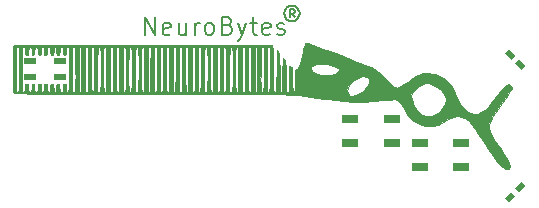
<source format=gbr>
G04 #@! TF.FileFunction,Soldermask,Top*
%FSLAX46Y46*%
G04 Gerber Fmt 4.6, Leading zero omitted, Abs format (unit mm)*
G04 Created by KiCad (PCBNEW 4.0.5-e0-6337~49~ubuntu14.04.1) date Fri May  5 09:40:51 2017*
%MOMM*%
%LPD*%
G01*
G04 APERTURE LIST*
%ADD10C,0.100000*%
%ADD11C,0.140000*%
%ADD12C,0.210000*%
%ADD13C,0.010000*%
%ADD14R,1.000000X0.600000*%
%ADD15R,1.400000X0.700000*%
G04 APERTURE END LIST*
D10*
D11*
X189138095Y-91609524D02*
X188900000Y-91323810D01*
X188709524Y-91609524D02*
X188709524Y-90942857D01*
X188995238Y-90942857D01*
X189090476Y-90990476D01*
X189138095Y-91085714D01*
X189138095Y-91180952D01*
X189090476Y-91276190D01*
X188995238Y-91323810D01*
X188709524Y-91323810D01*
X188900000Y-90609524D02*
X188661905Y-90657143D01*
X188423809Y-90800000D01*
X188280952Y-91038095D01*
X188233333Y-91276190D01*
X188280952Y-91514286D01*
X188423809Y-91752381D01*
X188661905Y-91895238D01*
X188900000Y-91942857D01*
X189138095Y-91895238D01*
X189376190Y-91752381D01*
X189519047Y-91514286D01*
X189566667Y-91276190D01*
X189519047Y-91038095D01*
X189376190Y-90800000D01*
X189138095Y-90657143D01*
X188900000Y-90609524D01*
D12*
X176457143Y-93078571D02*
X176457143Y-91578571D01*
X177314286Y-93078571D01*
X177314286Y-91578571D01*
X178600000Y-93007143D02*
X178457143Y-93078571D01*
X178171429Y-93078571D01*
X178028572Y-93007143D01*
X177957143Y-92864286D01*
X177957143Y-92292857D01*
X178028572Y-92150000D01*
X178171429Y-92078571D01*
X178457143Y-92078571D01*
X178600000Y-92150000D01*
X178671429Y-92292857D01*
X178671429Y-92435714D01*
X177957143Y-92578571D01*
X179957143Y-92078571D02*
X179957143Y-93078571D01*
X179314286Y-92078571D02*
X179314286Y-92864286D01*
X179385714Y-93007143D01*
X179528572Y-93078571D01*
X179742857Y-93078571D01*
X179885714Y-93007143D01*
X179957143Y-92935714D01*
X180671429Y-93078571D02*
X180671429Y-92078571D01*
X180671429Y-92364286D02*
X180742857Y-92221429D01*
X180814286Y-92150000D01*
X180957143Y-92078571D01*
X181100000Y-92078571D01*
X181814286Y-93078571D02*
X181671428Y-93007143D01*
X181600000Y-92935714D01*
X181528571Y-92792857D01*
X181528571Y-92364286D01*
X181600000Y-92221429D01*
X181671428Y-92150000D01*
X181814286Y-92078571D01*
X182028571Y-92078571D01*
X182171428Y-92150000D01*
X182242857Y-92221429D01*
X182314286Y-92364286D01*
X182314286Y-92792857D01*
X182242857Y-92935714D01*
X182171428Y-93007143D01*
X182028571Y-93078571D01*
X181814286Y-93078571D01*
X183457143Y-92292857D02*
X183671429Y-92364286D01*
X183742857Y-92435714D01*
X183814286Y-92578571D01*
X183814286Y-92792857D01*
X183742857Y-92935714D01*
X183671429Y-93007143D01*
X183528571Y-93078571D01*
X182957143Y-93078571D01*
X182957143Y-91578571D01*
X183457143Y-91578571D01*
X183600000Y-91650000D01*
X183671429Y-91721429D01*
X183742857Y-91864286D01*
X183742857Y-92007143D01*
X183671429Y-92150000D01*
X183600000Y-92221429D01*
X183457143Y-92292857D01*
X182957143Y-92292857D01*
X184314286Y-92078571D02*
X184671429Y-93078571D01*
X185028571Y-92078571D02*
X184671429Y-93078571D01*
X184528571Y-93435714D01*
X184457143Y-93507143D01*
X184314286Y-93578571D01*
X185385714Y-92078571D02*
X185957143Y-92078571D01*
X185600000Y-91578571D02*
X185600000Y-92864286D01*
X185671428Y-93007143D01*
X185814286Y-93078571D01*
X185957143Y-93078571D01*
X187028571Y-93007143D02*
X186885714Y-93078571D01*
X186600000Y-93078571D01*
X186457143Y-93007143D01*
X186385714Y-92864286D01*
X186385714Y-92292857D01*
X186457143Y-92150000D01*
X186600000Y-92078571D01*
X186885714Y-92078571D01*
X187028571Y-92150000D01*
X187100000Y-92292857D01*
X187100000Y-92435714D01*
X186385714Y-92578571D01*
X187671428Y-93007143D02*
X187814285Y-93078571D01*
X188100000Y-93078571D01*
X188242857Y-93007143D01*
X188314285Y-92864286D01*
X188314285Y-92792857D01*
X188242857Y-92650000D01*
X188100000Y-92578571D01*
X187885714Y-92578571D01*
X187742857Y-92507143D01*
X187671428Y-92364286D01*
X187671428Y-92292857D01*
X187742857Y-92150000D01*
X187885714Y-92078571D01*
X188100000Y-92078571D01*
X188242857Y-92150000D01*
D13*
G36*
X190252355Y-93783769D02*
X190464040Y-93851718D01*
X190689496Y-93933929D01*
X191566119Y-94268448D01*
X192351029Y-94569219D01*
X193047826Y-94837672D01*
X193660112Y-95075239D01*
X194191490Y-95283352D01*
X194645559Y-95463441D01*
X195025923Y-95616938D01*
X195336181Y-95745274D01*
X195579936Y-95849881D01*
X195760790Y-95932189D01*
X195882343Y-95993631D01*
X195905524Y-96006864D01*
X196145881Y-96174622D01*
X196441999Y-96426330D01*
X196794161Y-96762232D01*
X196896124Y-96864591D01*
X197155943Y-97121409D01*
X197374853Y-97324668D01*
X197545011Y-97467509D01*
X197658575Y-97543073D01*
X197682103Y-97552029D01*
X197820306Y-97560949D01*
X197983276Y-97520464D01*
X198181685Y-97425135D01*
X198426204Y-97269525D01*
X198727503Y-97048195D01*
X198835600Y-96964214D01*
X199130142Y-96740073D01*
X199373674Y-96576634D01*
X199589560Y-96465380D01*
X199801163Y-96397796D01*
X200031845Y-96365363D01*
X200304969Y-96359566D01*
X200480481Y-96364596D01*
X200728965Y-96377428D01*
X200911656Y-96398576D01*
X201064359Y-96436304D01*
X201222881Y-96498880D01*
X201375600Y-96571233D01*
X201748005Y-96778912D01*
X202049739Y-97009727D01*
X202297803Y-97282773D01*
X202509195Y-97617145D01*
X202700917Y-98031938D01*
X202721340Y-98082800D01*
X202844653Y-98387479D01*
X202946205Y-98618519D01*
X203038539Y-98797913D01*
X203134201Y-98947654D01*
X203245733Y-99089736D01*
X203383557Y-99243860D01*
X203695204Y-99529771D01*
X204006933Y-99714118D01*
X204319115Y-99796935D01*
X204632122Y-99778258D01*
X204946323Y-99658123D01*
X205262092Y-99436564D01*
X205277217Y-99423446D01*
X205393895Y-99307113D01*
X205554871Y-99126691D01*
X205744837Y-98900368D01*
X205948483Y-98646332D01*
X206128316Y-98412349D01*
X206409344Y-98045586D01*
X206642039Y-97758058D01*
X206832655Y-97543310D01*
X206987447Y-97394888D01*
X207112669Y-97306337D01*
X207214578Y-97271203D01*
X207235272Y-97270000D01*
X207363383Y-97308925D01*
X207471335Y-97402765D01*
X207520987Y-97517116D01*
X207521284Y-97528000D01*
X207500474Y-97631886D01*
X207437552Y-97774932D01*
X207327748Y-97964767D01*
X207166296Y-98209023D01*
X206948428Y-98515331D01*
X206670098Y-98890362D01*
X206336725Y-99343334D01*
X206069523Y-99732260D01*
X205864998Y-100067051D01*
X205719657Y-100357619D01*
X205630008Y-100613875D01*
X205592557Y-100845729D01*
X205603811Y-101063092D01*
X205660279Y-101275876D01*
X205754899Y-101487186D01*
X205840235Y-101636523D01*
X205971330Y-101848364D01*
X206135100Y-102102387D01*
X206318466Y-102378268D01*
X206490638Y-102630186D01*
X206677155Y-102903196D01*
X206852932Y-103167813D01*
X207005797Y-103405155D01*
X207123579Y-103596344D01*
X207191687Y-103717621D01*
X207296110Y-103974730D01*
X207332789Y-104187908D01*
X207300887Y-104345910D01*
X207243525Y-104413297D01*
X207125234Y-104472585D01*
X207002681Y-104465730D01*
X206851896Y-104387996D01*
X206752012Y-104316192D01*
X206647145Y-104229732D01*
X206536963Y-104124283D01*
X206416692Y-103993222D01*
X206281558Y-103829929D01*
X206126786Y-103627782D01*
X205947601Y-103380162D01*
X205739231Y-103080445D01*
X205496900Y-102722013D01*
X205215835Y-102298242D01*
X204891260Y-101802513D01*
X204518402Y-101228205D01*
X204457627Y-101134273D01*
X204165476Y-100731179D01*
X203864017Y-100407557D01*
X203559784Y-100168470D01*
X203259307Y-100018977D01*
X202969119Y-99964138D01*
X202947061Y-99963988D01*
X202856496Y-99967727D01*
X202767730Y-99981628D01*
X202666617Y-100011755D01*
X202539013Y-100064170D01*
X202370776Y-100144935D01*
X202147761Y-100260113D01*
X201855825Y-100415766D01*
X201710288Y-100494113D01*
X201468615Y-100622002D01*
X201288442Y-100708420D01*
X201143140Y-100762449D01*
X201006081Y-100793176D01*
X200850638Y-100809683D01*
X200770488Y-100814730D01*
X200314281Y-100798185D01*
X199863921Y-100693209D01*
X199401704Y-100495606D01*
X199382998Y-100485862D01*
X199052790Y-100275009D01*
X198780965Y-100012514D01*
X198548627Y-99678328D01*
X198450572Y-99496529D01*
X198276150Y-99169003D01*
X198122699Y-98926160D01*
X197980969Y-98755677D01*
X197841712Y-98645237D01*
X197791167Y-98618165D01*
X197719958Y-98587182D01*
X197648246Y-98567153D01*
X197559206Y-98558458D01*
X197436009Y-98561477D01*
X197261827Y-98576590D01*
X197019833Y-98604177D01*
X196709378Y-98642589D01*
X195808974Y-98736899D01*
X194968881Y-98783631D01*
X194159382Y-98782294D01*
X193350758Y-98732399D01*
X192513292Y-98633455D01*
X192079200Y-98566223D01*
X191580963Y-98486139D01*
X191066582Y-98408684D01*
X190512400Y-98330476D01*
X189894764Y-98248134D01*
X189488400Y-98195912D01*
X189409201Y-98186924D01*
X189315718Y-98178587D01*
X189203963Y-98170867D01*
X189069947Y-98163734D01*
X188909682Y-98157155D01*
X188719179Y-98151099D01*
X188494449Y-98145534D01*
X188231505Y-98140428D01*
X187926357Y-98135750D01*
X187575018Y-98131467D01*
X187173498Y-98127548D01*
X186717809Y-98123961D01*
X186203962Y-98120675D01*
X185627970Y-98117658D01*
X184985843Y-98114877D01*
X184273594Y-98112302D01*
X183487232Y-98109900D01*
X182622771Y-98107640D01*
X181676221Y-98105489D01*
X180643595Y-98103417D01*
X179520902Y-98101391D01*
X178304156Y-98099380D01*
X177136318Y-98097573D01*
X175844256Y-98095584D01*
X174649961Y-98093645D01*
X173549598Y-98091722D01*
X172539334Y-98089783D01*
X171615335Y-98087795D01*
X170773767Y-98085726D01*
X170010797Y-98083544D01*
X169322590Y-98081214D01*
X168705313Y-98078706D01*
X168155132Y-98075986D01*
X167668214Y-98073022D01*
X167240724Y-98069781D01*
X166868829Y-98066230D01*
X166548696Y-98062337D01*
X166276490Y-98058069D01*
X166048377Y-98053394D01*
X165860524Y-98048279D01*
X165709098Y-98042692D01*
X165590264Y-98036599D01*
X165500188Y-98029969D01*
X165435037Y-98022768D01*
X165390978Y-98014964D01*
X165364175Y-98006524D01*
X165350797Y-97997416D01*
X165350718Y-97997321D01*
X165332458Y-97956782D01*
X165317565Y-97877651D01*
X165305741Y-97751187D01*
X165296689Y-97568649D01*
X165290109Y-97321296D01*
X165285704Y-97000388D01*
X165284383Y-96789667D01*
X165519476Y-96789667D01*
X165519923Y-97138531D01*
X165521696Y-97432603D01*
X165524728Y-97660011D01*
X165528947Y-97808886D01*
X165533950Y-97866656D01*
X165599508Y-97924718D01*
X165698110Y-97910503D01*
X165754640Y-97869439D01*
X165769036Y-97805757D01*
X165781678Y-97654673D01*
X165792505Y-97430372D01*
X165801454Y-97147038D01*
X165808464Y-96818855D01*
X165813474Y-96460008D01*
X165816422Y-96084681D01*
X165817247Y-95707058D01*
X165816924Y-95620050D01*
X166016890Y-95620050D01*
X166017331Y-95996311D01*
X166019952Y-96373610D01*
X166024684Y-96737759D01*
X166031462Y-97074566D01*
X166040217Y-97369843D01*
X166050882Y-97609400D01*
X166063391Y-97779048D01*
X166077675Y-97864596D01*
X166081242Y-97870922D01*
X166176937Y-97932641D01*
X166246973Y-97899207D01*
X166292338Y-97769300D01*
X166313221Y-97561574D01*
X166323563Y-97379914D01*
X166340641Y-97277337D01*
X166373629Y-97231353D01*
X166431704Y-97219476D01*
X166452921Y-97219200D01*
X166519835Y-97225244D01*
X166557175Y-97258633D01*
X166573540Y-97342249D01*
X166577529Y-97498977D01*
X166577600Y-97550994D01*
X166583349Y-97741453D01*
X166603950Y-97852689D01*
X166644431Y-97906601D01*
X166661146Y-97914848D01*
X166757611Y-97907547D01*
X166830495Y-97812293D01*
X166873477Y-97641254D01*
X166882400Y-97488890D01*
X166887135Y-97330867D01*
X166907474Y-97249829D01*
X166952612Y-97221363D01*
X166984000Y-97219200D01*
X167041206Y-97230549D01*
X167071859Y-97280222D01*
X167083932Y-97391654D01*
X167085600Y-97517779D01*
X167104944Y-97743393D01*
X167161925Y-97879968D01*
X167254965Y-97924772D01*
X167313553Y-97912277D01*
X167358245Y-97866153D01*
X167382511Y-97758375D01*
X167390361Y-97570083D01*
X167390400Y-97550994D01*
X167392671Y-97372921D01*
X167405217Y-97273552D01*
X167436638Y-97230002D01*
X167495532Y-97219388D01*
X167515078Y-97219200D01*
X167581477Y-97225701D01*
X167620341Y-97260188D01*
X167640826Y-97345130D01*
X167652086Y-97503001D01*
X167654778Y-97562100D01*
X167666099Y-97745443D01*
X167684834Y-97849098D01*
X167718436Y-97894975D01*
X167771400Y-97905000D01*
X167826210Y-97893900D01*
X167859021Y-97845994D01*
X167877285Y-97739370D01*
X167888021Y-97562100D01*
X167898350Y-97380269D01*
X167915389Y-97277538D01*
X167948294Y-97231433D01*
X168006220Y-97219485D01*
X168027721Y-97219200D01*
X168097384Y-97226141D01*
X168134684Y-97263010D01*
X168149673Y-97353877D01*
X168152400Y-97517779D01*
X168171744Y-97743393D01*
X168228725Y-97879968D01*
X168321765Y-97924772D01*
X168380353Y-97912277D01*
X168425045Y-97866153D01*
X168449311Y-97758375D01*
X168457161Y-97570083D01*
X168457200Y-97550994D01*
X168459471Y-97372921D01*
X168472017Y-97273552D01*
X168503438Y-97230002D01*
X168562332Y-97219388D01*
X168581878Y-97219200D01*
X168648277Y-97225701D01*
X168687141Y-97260188D01*
X168707626Y-97345130D01*
X168718886Y-97503001D01*
X168721578Y-97562100D01*
X168732899Y-97745443D01*
X168751634Y-97849098D01*
X168785236Y-97894975D01*
X168838200Y-97905000D01*
X168893010Y-97893900D01*
X168925821Y-97845994D01*
X168944085Y-97739370D01*
X168954821Y-97562100D01*
X168965150Y-97380269D01*
X168982189Y-97277538D01*
X169015094Y-97231433D01*
X169073020Y-97219485D01*
X169094521Y-97219200D01*
X169164790Y-97226389D01*
X169202166Y-97264167D01*
X169217093Y-97356854D01*
X169219977Y-97511300D01*
X169231323Y-97732199D01*
X169267424Y-97865157D01*
X169333525Y-97921938D01*
X169403087Y-97922173D01*
X169455703Y-97896744D01*
X169487577Y-97830359D01*
X169505613Y-97700502D01*
X169513621Y-97561574D01*
X169524042Y-97379840D01*
X169541243Y-97277216D01*
X169574236Y-97231238D01*
X169632036Y-97219441D01*
X169651000Y-97219200D01*
X169716208Y-97226037D01*
X169754437Y-97261516D01*
X169774679Y-97348085D01*
X169785928Y-97508192D01*
X169788378Y-97562100D01*
X169799699Y-97745443D01*
X169818434Y-97849098D01*
X169852036Y-97894975D01*
X169905000Y-97905000D01*
X169931216Y-97902327D01*
X169952575Y-97887907D01*
X169969662Y-97852134D01*
X169983058Y-97785404D01*
X169993348Y-97678114D01*
X170001114Y-97520657D01*
X170006940Y-97303431D01*
X170011409Y-97016829D01*
X170013710Y-96789145D01*
X170294676Y-96789145D01*
X170295122Y-97138095D01*
X170296895Y-97432258D01*
X170299924Y-97659765D01*
X170304142Y-97808750D01*
X170309150Y-97866656D01*
X170373946Y-97926693D01*
X170467018Y-97922224D01*
X170545854Y-97861617D01*
X170565903Y-97816100D01*
X170572028Y-97739753D01*
X170576883Y-97574313D01*
X170580378Y-97332283D01*
X170582421Y-97026161D01*
X170582923Y-96668449D01*
X170581794Y-96271648D01*
X170579982Y-95988000D01*
X170844800Y-95988000D01*
X170845733Y-96414884D01*
X170848392Y-96809553D01*
X170852561Y-97160525D01*
X170858026Y-97456320D01*
X170864574Y-97685457D01*
X170871990Y-97836455D01*
X170880061Y-97897832D01*
X170880422Y-97898289D01*
X170956133Y-97921762D01*
X170994722Y-97918760D01*
X171015285Y-97905333D01*
X171031979Y-97867490D01*
X171045195Y-97795810D01*
X171055326Y-97680874D01*
X171062763Y-97513265D01*
X171067895Y-97283562D01*
X171071116Y-96982347D01*
X171071975Y-96789145D01*
X171361476Y-96789145D01*
X171361922Y-97138095D01*
X171363695Y-97432258D01*
X171366724Y-97659765D01*
X171370942Y-97808750D01*
X171375950Y-97866656D01*
X171441010Y-97924454D01*
X171537006Y-97911900D01*
X171601228Y-97860912D01*
X171617763Y-97805241D01*
X171630621Y-97678989D01*
X171639931Y-97476738D01*
X171645819Y-97193069D01*
X171648412Y-96822562D01*
X171647837Y-96359799D01*
X171645662Y-95988000D01*
X171911600Y-95988000D01*
X171912533Y-96414884D01*
X171915192Y-96809553D01*
X171919361Y-97160525D01*
X171924826Y-97456320D01*
X171931374Y-97685457D01*
X171938790Y-97836455D01*
X171946861Y-97897832D01*
X171947222Y-97898289D01*
X172022933Y-97921762D01*
X172061522Y-97918760D01*
X172082085Y-97905333D01*
X172098779Y-97867490D01*
X172111995Y-97795810D01*
X172122126Y-97680874D01*
X172129563Y-97513265D01*
X172134695Y-97283562D01*
X172137916Y-96982347D01*
X172138773Y-96789667D01*
X172428276Y-96789667D01*
X172428723Y-97138531D01*
X172430496Y-97432603D01*
X172433528Y-97660011D01*
X172437747Y-97808886D01*
X172442750Y-97866656D01*
X172508308Y-97924718D01*
X172606910Y-97910503D01*
X172663440Y-97869439D01*
X172677836Y-97805757D01*
X172690478Y-97654673D01*
X172701305Y-97430372D01*
X172710254Y-97147038D01*
X172717264Y-96818855D01*
X172722274Y-96460008D01*
X172725222Y-96084681D01*
X172725944Y-95754034D01*
X172926669Y-95754034D01*
X172928277Y-96130358D01*
X172931714Y-96502784D01*
X172936893Y-96856708D01*
X172943727Y-97177527D01*
X172952128Y-97450637D01*
X172962010Y-97661434D01*
X172973285Y-97795314D01*
X172981827Y-97835204D01*
X173057981Y-97908898D01*
X173121527Y-97920069D01*
X173143744Y-97909042D01*
X173161767Y-97878980D01*
X173176031Y-97820283D01*
X173186968Y-97723349D01*
X173195010Y-97578577D01*
X173200592Y-97376367D01*
X173204145Y-97107116D01*
X173205941Y-96789667D01*
X173495076Y-96789667D01*
X173495523Y-97138531D01*
X173497296Y-97432603D01*
X173500328Y-97660011D01*
X173504547Y-97808886D01*
X173509550Y-97866656D01*
X173575108Y-97924718D01*
X173673710Y-97910503D01*
X173730240Y-97869439D01*
X173744636Y-97805757D01*
X173757278Y-97654673D01*
X173768105Y-97430372D01*
X173777054Y-97147038D01*
X173784064Y-96818855D01*
X173789074Y-96460008D01*
X173792022Y-96084681D01*
X173792145Y-96027940D01*
X173995177Y-96027940D01*
X173995414Y-96521365D01*
X173997257Y-96922464D01*
X174001693Y-97240507D01*
X174009710Y-97484765D01*
X174022296Y-97664509D01*
X174040438Y-97789010D01*
X174065123Y-97867539D01*
X174097339Y-97909368D01*
X174138073Y-97923767D01*
X174188313Y-97920007D01*
X174196542Y-97918486D01*
X174216770Y-97904426D01*
X174233195Y-97864574D01*
X174246199Y-97789567D01*
X174256166Y-97670042D01*
X174263476Y-97496636D01*
X174268512Y-97259986D01*
X174271656Y-96950728D01*
X174272328Y-96789667D01*
X174561876Y-96789667D01*
X174562323Y-97138531D01*
X174564096Y-97432603D01*
X174567128Y-97660011D01*
X174571347Y-97808886D01*
X174576350Y-97866656D01*
X174641908Y-97924718D01*
X174740510Y-97910503D01*
X174797040Y-97869439D01*
X174811436Y-97805757D01*
X174824078Y-97654673D01*
X174834905Y-97430372D01*
X174843854Y-97147038D01*
X174850864Y-96818855D01*
X174855874Y-96460008D01*
X174858822Y-96084681D01*
X174858945Y-96027940D01*
X175061977Y-96027940D01*
X175062214Y-96521365D01*
X175064057Y-96922464D01*
X175068493Y-97240507D01*
X175076510Y-97484765D01*
X175089096Y-97664509D01*
X175107238Y-97789010D01*
X175131923Y-97867539D01*
X175164139Y-97909368D01*
X175204873Y-97923767D01*
X175255113Y-97920007D01*
X175263342Y-97918486D01*
X175283570Y-97904426D01*
X175299995Y-97864574D01*
X175312999Y-97789567D01*
X175322966Y-97670042D01*
X175330276Y-97496636D01*
X175335312Y-97259986D01*
X175338456Y-96950728D01*
X175339128Y-96789667D01*
X175628676Y-96789667D01*
X175629123Y-97138531D01*
X175630896Y-97432603D01*
X175633928Y-97660011D01*
X175638147Y-97808886D01*
X175643150Y-97866656D01*
X175706247Y-97925309D01*
X175795671Y-97911257D01*
X175872212Y-97832139D01*
X175885112Y-97758310D01*
X175896236Y-97597937D01*
X175905553Y-97365462D01*
X175913034Y-97075325D01*
X175918648Y-96741967D01*
X175922365Y-96379829D01*
X175924039Y-96027940D01*
X176128777Y-96027940D01*
X176129014Y-96521365D01*
X176130857Y-96922464D01*
X176135293Y-97240507D01*
X176143310Y-97484765D01*
X176155896Y-97664509D01*
X176174038Y-97789010D01*
X176198723Y-97867539D01*
X176230939Y-97909368D01*
X176271673Y-97923767D01*
X176321913Y-97920007D01*
X176330142Y-97918486D01*
X176350370Y-97904426D01*
X176366795Y-97864574D01*
X176379799Y-97789567D01*
X176389766Y-97670042D01*
X176397076Y-97496636D01*
X176402112Y-97259986D01*
X176405256Y-96950728D01*
X176405928Y-96789705D01*
X176695626Y-96789705D01*
X176696245Y-97139158D01*
X176698246Y-97433930D01*
X176701549Y-97662121D01*
X176706075Y-97811833D01*
X176711391Y-97870410D01*
X176775522Y-97919605D01*
X176826346Y-97920770D01*
X176849410Y-97910512D01*
X176868271Y-97883086D01*
X176883442Y-97828888D01*
X176895438Y-97738312D01*
X176904772Y-97601752D01*
X176911960Y-97409604D01*
X176917515Y-97152263D01*
X176921151Y-96880017D01*
X177202718Y-96880017D01*
X177204915Y-97206135D01*
X177211117Y-97458025D01*
X177222196Y-97644808D01*
X177239024Y-97775604D01*
X177262472Y-97859533D01*
X177293413Y-97905718D01*
X177332719Y-97923278D01*
X177381262Y-97921334D01*
X177393328Y-97919183D01*
X177414419Y-97906634D01*
X177431536Y-97871601D01*
X177445087Y-97804591D01*
X177455475Y-97696111D01*
X177463106Y-97536669D01*
X177468385Y-97316774D01*
X177471718Y-97026931D01*
X177472868Y-96789705D01*
X177762426Y-96789705D01*
X177763045Y-97139158D01*
X177765046Y-97433930D01*
X177768349Y-97662121D01*
X177772875Y-97811833D01*
X177778191Y-97870410D01*
X177842322Y-97919605D01*
X177893146Y-97920770D01*
X177916210Y-97910512D01*
X177935071Y-97883086D01*
X177950242Y-97828888D01*
X177962238Y-97738312D01*
X177971572Y-97601752D01*
X177978760Y-97409604D01*
X177984315Y-97152263D01*
X177988751Y-96820122D01*
X177989535Y-96734800D01*
X178269537Y-96734800D01*
X178270420Y-97084834D01*
X178272860Y-97381184D01*
X178276761Y-97611319D01*
X178282029Y-97762709D01*
X178287324Y-97819397D01*
X178338347Y-97909267D01*
X178428495Y-97920997D01*
X178541000Y-97905000D01*
X178541000Y-94145800D01*
X178287000Y-94145800D01*
X178272828Y-95923800D01*
X178270308Y-96343612D01*
X178269537Y-96734800D01*
X177989535Y-96734800D01*
X177992583Y-96403578D01*
X177995521Y-96008401D01*
X178008792Y-94120400D01*
X178820400Y-94120400D01*
X178820400Y-95991533D01*
X178821335Y-96418005D01*
X178823998Y-96812253D01*
X178828174Y-97162786D01*
X178833649Y-97458111D01*
X178840207Y-97686736D01*
X178847635Y-97837167D01*
X178855716Y-97897914D01*
X178856022Y-97898289D01*
X178931735Y-97921769D01*
X178970322Y-97918772D01*
X178990906Y-97905057D01*
X179007825Y-97866357D01*
X179021532Y-97793307D01*
X179032479Y-97676544D01*
X179041118Y-97506706D01*
X179047899Y-97274429D01*
X179053276Y-96970350D01*
X179055356Y-96789145D01*
X179337076Y-96789145D01*
X179337522Y-97138095D01*
X179339295Y-97432258D01*
X179342324Y-97659765D01*
X179346542Y-97808750D01*
X179351550Y-97866656D01*
X179416346Y-97926693D01*
X179509418Y-97922224D01*
X179588254Y-97861617D01*
X179608303Y-97816100D01*
X179614428Y-97739753D01*
X179619283Y-97574313D01*
X179622778Y-97332283D01*
X179624821Y-97026161D01*
X179625323Y-96668449D01*
X179624194Y-96271648D01*
X179622382Y-95988000D01*
X179887200Y-95988000D01*
X179888133Y-96414884D01*
X179890792Y-96809553D01*
X179894961Y-97160525D01*
X179900426Y-97456320D01*
X179906974Y-97685457D01*
X179914390Y-97836455D01*
X179922461Y-97897832D01*
X179922822Y-97898289D01*
X179998533Y-97921762D01*
X180037122Y-97918760D01*
X180057685Y-97905333D01*
X180074379Y-97867490D01*
X180087595Y-97795810D01*
X180097726Y-97680874D01*
X180105163Y-97513265D01*
X180110295Y-97283562D01*
X180113516Y-96982347D01*
X180114375Y-96789145D01*
X180403876Y-96789145D01*
X180404322Y-97138095D01*
X180406095Y-97432258D01*
X180409124Y-97659765D01*
X180413342Y-97808750D01*
X180418350Y-97866656D01*
X180483410Y-97924454D01*
X180579406Y-97911900D01*
X180643628Y-97860912D01*
X180660163Y-97805241D01*
X180673021Y-97678989D01*
X180682331Y-97476738D01*
X180688219Y-97193069D01*
X180690812Y-96822562D01*
X180690237Y-96359799D01*
X180688062Y-95988000D01*
X180954000Y-95988000D01*
X180954933Y-96414884D01*
X180957592Y-96809553D01*
X180961761Y-97160525D01*
X180967226Y-97456320D01*
X180973774Y-97685457D01*
X180981190Y-97836455D01*
X180989261Y-97897832D01*
X180989622Y-97898289D01*
X181065333Y-97921762D01*
X181103922Y-97918760D01*
X181124485Y-97905333D01*
X181141179Y-97867490D01*
X181154395Y-97795810D01*
X181164526Y-97680874D01*
X181171963Y-97513265D01*
X181177095Y-97283562D01*
X181180316Y-96982347D01*
X181181173Y-96789667D01*
X181470676Y-96789667D01*
X181471123Y-97138531D01*
X181472896Y-97432603D01*
X181475928Y-97660011D01*
X181480147Y-97808886D01*
X181485150Y-97866656D01*
X181550708Y-97924718D01*
X181649310Y-97910503D01*
X181705840Y-97869439D01*
X181720236Y-97805757D01*
X181732878Y-97654673D01*
X181743705Y-97430372D01*
X181752654Y-97147038D01*
X181759664Y-96818855D01*
X181764674Y-96460008D01*
X181767622Y-96084681D01*
X181768344Y-95754034D01*
X181969069Y-95754034D01*
X181970677Y-96130358D01*
X181974114Y-96502784D01*
X181979293Y-96856708D01*
X181986127Y-97177527D01*
X181994528Y-97450637D01*
X182004410Y-97661434D01*
X182015685Y-97795314D01*
X182024227Y-97835204D01*
X182100381Y-97908898D01*
X182163927Y-97920069D01*
X182186144Y-97909042D01*
X182204167Y-97878980D01*
X182218431Y-97820283D01*
X182229368Y-97723349D01*
X182237410Y-97578577D01*
X182242992Y-97376367D01*
X182246545Y-97107116D01*
X182248341Y-96789667D01*
X182537476Y-96789667D01*
X182537923Y-97138531D01*
X182539696Y-97432603D01*
X182542728Y-97660011D01*
X182546947Y-97808886D01*
X182551950Y-97866656D01*
X182617508Y-97924718D01*
X182716110Y-97910503D01*
X182772640Y-97869439D01*
X182787036Y-97805757D01*
X182799678Y-97654673D01*
X182810505Y-97430372D01*
X182819454Y-97147038D01*
X182826464Y-96818855D01*
X182831474Y-96460008D01*
X182834422Y-96084681D01*
X182834545Y-96027940D01*
X183037577Y-96027940D01*
X183037814Y-96521365D01*
X183039657Y-96922464D01*
X183044093Y-97240507D01*
X183052110Y-97484765D01*
X183064696Y-97664509D01*
X183082838Y-97789010D01*
X183107523Y-97867539D01*
X183139739Y-97909368D01*
X183180473Y-97923767D01*
X183230713Y-97920007D01*
X183238942Y-97918486D01*
X183259170Y-97904426D01*
X183275595Y-97864574D01*
X183288599Y-97789567D01*
X183298566Y-97670042D01*
X183305876Y-97496636D01*
X183310912Y-97259986D01*
X183314056Y-96950728D01*
X183314728Y-96789667D01*
X183604276Y-96789667D01*
X183604723Y-97138531D01*
X183606496Y-97432603D01*
X183609528Y-97660011D01*
X183613747Y-97808886D01*
X183618750Y-97866656D01*
X183684308Y-97924718D01*
X183782910Y-97910503D01*
X183839440Y-97869439D01*
X183853836Y-97805757D01*
X183866478Y-97654673D01*
X183877305Y-97430372D01*
X183886254Y-97147038D01*
X183893264Y-96818855D01*
X183898274Y-96460008D01*
X183901222Y-96084681D01*
X183901345Y-96027940D01*
X184104377Y-96027940D01*
X184104614Y-96521365D01*
X184106457Y-96922464D01*
X184110893Y-97240507D01*
X184118910Y-97484765D01*
X184131496Y-97664509D01*
X184149638Y-97789010D01*
X184174323Y-97867539D01*
X184206539Y-97909368D01*
X184247273Y-97923767D01*
X184297513Y-97920007D01*
X184305742Y-97918486D01*
X184325970Y-97904426D01*
X184342395Y-97864574D01*
X184355399Y-97789567D01*
X184365366Y-97670042D01*
X184372676Y-97496636D01*
X184377712Y-97259986D01*
X184380856Y-96950728D01*
X184381528Y-96789667D01*
X184671076Y-96789667D01*
X184671523Y-97138531D01*
X184673296Y-97432603D01*
X184676328Y-97660011D01*
X184680547Y-97808886D01*
X184685550Y-97866656D01*
X184748647Y-97925309D01*
X184838071Y-97911257D01*
X184914612Y-97832139D01*
X184927512Y-97758310D01*
X184938636Y-97597937D01*
X184947953Y-97365462D01*
X184955434Y-97075325D01*
X184961048Y-96741967D01*
X184964765Y-96379829D01*
X184966439Y-96027940D01*
X185171177Y-96027940D01*
X185171414Y-96521365D01*
X185173257Y-96922464D01*
X185177693Y-97240507D01*
X185185710Y-97484765D01*
X185198296Y-97664509D01*
X185216438Y-97789010D01*
X185241123Y-97867539D01*
X185273339Y-97909368D01*
X185314073Y-97923767D01*
X185364313Y-97920007D01*
X185372542Y-97918486D01*
X185392770Y-97904426D01*
X185409195Y-97864574D01*
X185422199Y-97789567D01*
X185432166Y-97670042D01*
X185439476Y-97496636D01*
X185444512Y-97259986D01*
X185447656Y-96950728D01*
X185448328Y-96789705D01*
X185738026Y-96789705D01*
X185738645Y-97139158D01*
X185740646Y-97433930D01*
X185743949Y-97662121D01*
X185748475Y-97811833D01*
X185753791Y-97870410D01*
X185817922Y-97919605D01*
X185868746Y-97920770D01*
X185891810Y-97910512D01*
X185910671Y-97883086D01*
X185925842Y-97828888D01*
X185937838Y-97738312D01*
X185947172Y-97601752D01*
X185954360Y-97409604D01*
X185959915Y-97152263D01*
X185963551Y-96880017D01*
X186245118Y-96880017D01*
X186247315Y-97206135D01*
X186253517Y-97458025D01*
X186264596Y-97644808D01*
X186281424Y-97775604D01*
X186304872Y-97859533D01*
X186335813Y-97905718D01*
X186375119Y-97923278D01*
X186423662Y-97921334D01*
X186435728Y-97919183D01*
X186456819Y-97906634D01*
X186473936Y-97871601D01*
X186487487Y-97804591D01*
X186497875Y-97696111D01*
X186505506Y-97536669D01*
X186510785Y-97316774D01*
X186514118Y-97026931D01*
X186515268Y-96789705D01*
X186804826Y-96789705D01*
X186805445Y-97139158D01*
X186807446Y-97433930D01*
X186810749Y-97662121D01*
X186815275Y-97811833D01*
X186820591Y-97870410D01*
X186884722Y-97919605D01*
X186935546Y-97920770D01*
X186958610Y-97910512D01*
X186977471Y-97883086D01*
X186992642Y-97828888D01*
X187004638Y-97738312D01*
X187013972Y-97601752D01*
X187021160Y-97409604D01*
X187026715Y-97152263D01*
X187031151Y-96820122D01*
X187034983Y-96403578D01*
X187037921Y-96008401D01*
X187051243Y-94113170D01*
X186936321Y-94129485D01*
X186821400Y-94145800D01*
X186808044Y-95974356D01*
X186805666Y-96397471D01*
X186804826Y-96789705D01*
X186515268Y-96789705D01*
X186515909Y-96657650D01*
X186516564Y-96199438D01*
X186516600Y-96024704D01*
X186516600Y-94145800D01*
X186262600Y-94145800D01*
X186249251Y-95968612D01*
X186246054Y-96470550D01*
X186245118Y-96880017D01*
X185963551Y-96880017D01*
X185964351Y-96820122D01*
X185968183Y-96403578D01*
X185971121Y-96008401D01*
X185984443Y-94113170D01*
X185869521Y-94129485D01*
X185754600Y-94145800D01*
X185741244Y-95974356D01*
X185738866Y-96397471D01*
X185738026Y-96789705D01*
X185448328Y-96789705D01*
X185449290Y-96559498D01*
X185449796Y-96076935D01*
X185449800Y-96025400D01*
X185449597Y-95538911D01*
X185448664Y-95144304D01*
X185446510Y-94831863D01*
X185442647Y-94591871D01*
X185436584Y-94414609D01*
X185427834Y-94290362D01*
X185415905Y-94209411D01*
X185400309Y-94162040D01*
X185380557Y-94138532D01*
X185356159Y-94129169D01*
X185354287Y-94128797D01*
X185254067Y-94144825D01*
X185215365Y-94178901D01*
X185205211Y-94244188D01*
X185195856Y-94398989D01*
X185187589Y-94631220D01*
X185180699Y-94928798D01*
X185175475Y-95279637D01*
X185172205Y-95671654D01*
X185171177Y-96027940D01*
X184966439Y-96027940D01*
X184966556Y-96003351D01*
X184966389Y-95626975D01*
X184964235Y-95265140D01*
X184960064Y-94932289D01*
X184953845Y-94642860D01*
X184945549Y-94411296D01*
X184935145Y-94252036D01*
X184922604Y-94179522D01*
X184922234Y-94178901D01*
X184841848Y-94129786D01*
X184783312Y-94128784D01*
X184758233Y-94137833D01*
X184737847Y-94160913D01*
X184721574Y-94207872D01*
X184708832Y-94288557D01*
X184699041Y-94412816D01*
X184691620Y-94590494D01*
X184685989Y-94831439D01*
X184681567Y-95145499D01*
X184677773Y-95542521D01*
X184674444Y-95975039D01*
X184672027Y-96397879D01*
X184671076Y-96789667D01*
X184381528Y-96789667D01*
X184382490Y-96559498D01*
X184382996Y-96076935D01*
X184383000Y-96025400D01*
X184382797Y-95538911D01*
X184381864Y-95144304D01*
X184379710Y-94831863D01*
X184375847Y-94591871D01*
X184369784Y-94414609D01*
X184361034Y-94290362D01*
X184349105Y-94209411D01*
X184333509Y-94162040D01*
X184313757Y-94138532D01*
X184289359Y-94129169D01*
X184287487Y-94128797D01*
X184187267Y-94144825D01*
X184148565Y-94178901D01*
X184138411Y-94244188D01*
X184129056Y-94398989D01*
X184120789Y-94631220D01*
X184113899Y-94928798D01*
X184108675Y-95279637D01*
X184105405Y-95671654D01*
X184104377Y-96027940D01*
X183901345Y-96027940D01*
X183902047Y-95707058D01*
X183900688Y-95341323D01*
X183897082Y-95001661D01*
X183891168Y-94702256D01*
X183882886Y-94457293D01*
X183872172Y-94280955D01*
X183858967Y-94187427D01*
X183855434Y-94178901D01*
X183775048Y-94129786D01*
X183716512Y-94128784D01*
X183691433Y-94137833D01*
X183671047Y-94160913D01*
X183654774Y-94207872D01*
X183642032Y-94288557D01*
X183632241Y-94412816D01*
X183624820Y-94590494D01*
X183619189Y-94831439D01*
X183614767Y-95145499D01*
X183610973Y-95542521D01*
X183607644Y-95975039D01*
X183605227Y-96397879D01*
X183604276Y-96789667D01*
X183314728Y-96789667D01*
X183315690Y-96559498D01*
X183316196Y-96076935D01*
X183316200Y-96025400D01*
X183315997Y-95538911D01*
X183315064Y-95144304D01*
X183312910Y-94831863D01*
X183309047Y-94591871D01*
X183302984Y-94414609D01*
X183294234Y-94290362D01*
X183282305Y-94209411D01*
X183266709Y-94162040D01*
X183246957Y-94138532D01*
X183222559Y-94129169D01*
X183220687Y-94128797D01*
X183120467Y-94144825D01*
X183081765Y-94178901D01*
X183071611Y-94244188D01*
X183062256Y-94398989D01*
X183053989Y-94631220D01*
X183047099Y-94928798D01*
X183041875Y-95279637D01*
X183038605Y-95671654D01*
X183037577Y-96027940D01*
X182834545Y-96027940D01*
X182835247Y-95707058D01*
X182833888Y-95341323D01*
X182830282Y-95001661D01*
X182824368Y-94702256D01*
X182816086Y-94457293D01*
X182805372Y-94280955D01*
X182792167Y-94187427D01*
X182788634Y-94178901D01*
X182708248Y-94129786D01*
X182649712Y-94128784D01*
X182624633Y-94137833D01*
X182604247Y-94160913D01*
X182587974Y-94207872D01*
X182575232Y-94288557D01*
X182565441Y-94412816D01*
X182558020Y-94590494D01*
X182552389Y-94831439D01*
X182547967Y-95145499D01*
X182544173Y-95542521D01*
X182540844Y-95975039D01*
X182538427Y-96397879D01*
X182537476Y-96789667D01*
X182248341Y-96789667D01*
X182248503Y-96761224D01*
X182249300Y-96329090D01*
X182249400Y-96024704D01*
X182249302Y-95538766D01*
X182248642Y-95144704D01*
X182246865Y-94832794D01*
X182243420Y-94593311D01*
X182237753Y-94416530D01*
X182229313Y-94292728D01*
X182217545Y-94212181D01*
X182201897Y-94165164D01*
X182181817Y-94141952D01*
X182156751Y-94132822D01*
X182141721Y-94130434D01*
X182045729Y-94150937D01*
X182002715Y-94232034D01*
X181991518Y-94325070D01*
X181982672Y-94501830D01*
X181976092Y-94747710D01*
X181971689Y-95048106D01*
X181969378Y-95388415D01*
X181969069Y-95754034D01*
X181768344Y-95754034D01*
X181768447Y-95707058D01*
X181767088Y-95341323D01*
X181763482Y-95001661D01*
X181757568Y-94702256D01*
X181749286Y-94457293D01*
X181738572Y-94280955D01*
X181725367Y-94187427D01*
X181721834Y-94178901D01*
X181641448Y-94129786D01*
X181582912Y-94128784D01*
X181557833Y-94137833D01*
X181537447Y-94160913D01*
X181521174Y-94207872D01*
X181508432Y-94288557D01*
X181498641Y-94412816D01*
X181491220Y-94590494D01*
X181485589Y-94831439D01*
X181481167Y-95145499D01*
X181477373Y-95542521D01*
X181474044Y-95975039D01*
X181471627Y-96397879D01*
X181470676Y-96789667D01*
X181181173Y-96789667D01*
X181182016Y-96600200D01*
X181182587Y-96127704D01*
X181182600Y-96024704D01*
X181182600Y-94145800D01*
X181068300Y-94129566D01*
X180954000Y-94113333D01*
X180954000Y-95988000D01*
X180688062Y-95988000D01*
X180687948Y-95968612D01*
X180674600Y-94145800D01*
X180420600Y-94145800D01*
X180407244Y-95974356D01*
X180404827Y-96397276D01*
X180403876Y-96789145D01*
X180114375Y-96789145D01*
X180115216Y-96600200D01*
X180115787Y-96127704D01*
X180115800Y-96024704D01*
X180115800Y-94145800D01*
X180001500Y-94129566D01*
X179887200Y-94113333D01*
X179887200Y-95988000D01*
X179622382Y-95988000D01*
X179621971Y-95923800D01*
X179607800Y-94145800D01*
X179353800Y-94145800D01*
X179340444Y-95974356D01*
X179338027Y-96397276D01*
X179337076Y-96789145D01*
X179055356Y-96789145D01*
X179057699Y-96585105D01*
X179061621Y-96109333D01*
X179062318Y-96012016D01*
X179075636Y-94120400D01*
X178820400Y-94120400D01*
X178008792Y-94120400D01*
X178008843Y-94113170D01*
X177893921Y-94129485D01*
X177779000Y-94145800D01*
X177765644Y-95974356D01*
X177763266Y-96397471D01*
X177762426Y-96789705D01*
X177472868Y-96789705D01*
X177473509Y-96657650D01*
X177474164Y-96199438D01*
X177474200Y-96024704D01*
X177474200Y-94145800D01*
X177220200Y-94145800D01*
X177206851Y-95968612D01*
X177203654Y-96470550D01*
X177202718Y-96880017D01*
X176921151Y-96880017D01*
X176921951Y-96820122D01*
X176925783Y-96403578D01*
X176928721Y-96008401D01*
X176942043Y-94113170D01*
X176827121Y-94129485D01*
X176712200Y-94145800D01*
X176698844Y-95974356D01*
X176696466Y-96397471D01*
X176695626Y-96789705D01*
X176405928Y-96789705D01*
X176406890Y-96559498D01*
X176407396Y-96076935D01*
X176407400Y-96025400D01*
X176407197Y-95538911D01*
X176406264Y-95144304D01*
X176404110Y-94831863D01*
X176400247Y-94591871D01*
X176394184Y-94414609D01*
X176385434Y-94290362D01*
X176373505Y-94209411D01*
X176357909Y-94162040D01*
X176338157Y-94138532D01*
X176313759Y-94129169D01*
X176311887Y-94128797D01*
X176211667Y-94144825D01*
X176172965Y-94178901D01*
X176162811Y-94244188D01*
X176153456Y-94398989D01*
X176145189Y-94631220D01*
X176138299Y-94928798D01*
X176133075Y-95279637D01*
X176129805Y-95671654D01*
X176128777Y-96027940D01*
X175924039Y-96027940D01*
X175924156Y-96003351D01*
X175923989Y-95626975D01*
X175921835Y-95265140D01*
X175917664Y-94932289D01*
X175911445Y-94642860D01*
X175903149Y-94411296D01*
X175892745Y-94252036D01*
X175880204Y-94179522D01*
X175879834Y-94178901D01*
X175799448Y-94129786D01*
X175740912Y-94128784D01*
X175715833Y-94137833D01*
X175695447Y-94160913D01*
X175679174Y-94207872D01*
X175666432Y-94288557D01*
X175656641Y-94412816D01*
X175649220Y-94590494D01*
X175643589Y-94831439D01*
X175639167Y-95145499D01*
X175635373Y-95542521D01*
X175632044Y-95975039D01*
X175629627Y-96397879D01*
X175628676Y-96789667D01*
X175339128Y-96789667D01*
X175340090Y-96559498D01*
X175340596Y-96076935D01*
X175340600Y-96025400D01*
X175340397Y-95538911D01*
X175339464Y-95144304D01*
X175337310Y-94831863D01*
X175333447Y-94591871D01*
X175327384Y-94414609D01*
X175318634Y-94290362D01*
X175306705Y-94209411D01*
X175291109Y-94162040D01*
X175271357Y-94138532D01*
X175246959Y-94129169D01*
X175245087Y-94128797D01*
X175144867Y-94144825D01*
X175106165Y-94178901D01*
X175096011Y-94244188D01*
X175086656Y-94398989D01*
X175078389Y-94631220D01*
X175071499Y-94928798D01*
X175066275Y-95279637D01*
X175063005Y-95671654D01*
X175061977Y-96027940D01*
X174858945Y-96027940D01*
X174859647Y-95707058D01*
X174858288Y-95341323D01*
X174854682Y-95001661D01*
X174848768Y-94702256D01*
X174840486Y-94457293D01*
X174829772Y-94280955D01*
X174816567Y-94187427D01*
X174813034Y-94178901D01*
X174732648Y-94129786D01*
X174674112Y-94128784D01*
X174649033Y-94137833D01*
X174628647Y-94160913D01*
X174612374Y-94207872D01*
X174599632Y-94288557D01*
X174589841Y-94412816D01*
X174582420Y-94590494D01*
X174576789Y-94831439D01*
X174572367Y-95145499D01*
X174568573Y-95542521D01*
X174565244Y-95975039D01*
X174562827Y-96397879D01*
X174561876Y-96789667D01*
X174272328Y-96789667D01*
X174273290Y-96559498D01*
X174273796Y-96076935D01*
X174273800Y-96025400D01*
X174273597Y-95538911D01*
X174272664Y-95144304D01*
X174270510Y-94831863D01*
X174266647Y-94591871D01*
X174260584Y-94414609D01*
X174251834Y-94290362D01*
X174239905Y-94209411D01*
X174224309Y-94162040D01*
X174204557Y-94138532D01*
X174180159Y-94129169D01*
X174178287Y-94128797D01*
X174078067Y-94144825D01*
X174039365Y-94178901D01*
X174029211Y-94244188D01*
X174019856Y-94398989D01*
X174011589Y-94631220D01*
X174004699Y-94928798D01*
X173999475Y-95279637D01*
X173996205Y-95671654D01*
X173995177Y-96027940D01*
X173792145Y-96027940D01*
X173792847Y-95707058D01*
X173791488Y-95341323D01*
X173787882Y-95001661D01*
X173781968Y-94702256D01*
X173773686Y-94457293D01*
X173762972Y-94280955D01*
X173749767Y-94187427D01*
X173746234Y-94178901D01*
X173665848Y-94129786D01*
X173607312Y-94128784D01*
X173582233Y-94137833D01*
X173561847Y-94160913D01*
X173545574Y-94207872D01*
X173532832Y-94288557D01*
X173523041Y-94412816D01*
X173515620Y-94590494D01*
X173509989Y-94831439D01*
X173505567Y-95145499D01*
X173501773Y-95542521D01*
X173498444Y-95975039D01*
X173496027Y-96397879D01*
X173495076Y-96789667D01*
X173205941Y-96789667D01*
X173206103Y-96761224D01*
X173206900Y-96329090D01*
X173207000Y-96024704D01*
X173206902Y-95538766D01*
X173206242Y-95144704D01*
X173204465Y-94832794D01*
X173201020Y-94593311D01*
X173195353Y-94416530D01*
X173186913Y-94292728D01*
X173175145Y-94212181D01*
X173159497Y-94165164D01*
X173139417Y-94141952D01*
X173114351Y-94132822D01*
X173099321Y-94130434D01*
X173003329Y-94150937D01*
X172960315Y-94232034D01*
X172949118Y-94325070D01*
X172940272Y-94501830D01*
X172933692Y-94747710D01*
X172929289Y-95048106D01*
X172926978Y-95388415D01*
X172926669Y-95754034D01*
X172725944Y-95754034D01*
X172726047Y-95707058D01*
X172724688Y-95341323D01*
X172721082Y-95001661D01*
X172715168Y-94702256D01*
X172706886Y-94457293D01*
X172696172Y-94280955D01*
X172682967Y-94187427D01*
X172679434Y-94178901D01*
X172599048Y-94129786D01*
X172540512Y-94128784D01*
X172515433Y-94137833D01*
X172495047Y-94160913D01*
X172478774Y-94207872D01*
X172466032Y-94288557D01*
X172456241Y-94412816D01*
X172448820Y-94590494D01*
X172443189Y-94831439D01*
X172438767Y-95145499D01*
X172434973Y-95542521D01*
X172431644Y-95975039D01*
X172429227Y-96397879D01*
X172428276Y-96789667D01*
X172138773Y-96789667D01*
X172139616Y-96600200D01*
X172140187Y-96127704D01*
X172140200Y-96024704D01*
X172140200Y-94145800D01*
X172025900Y-94129566D01*
X171911600Y-94113333D01*
X171911600Y-95988000D01*
X171645662Y-95988000D01*
X171645548Y-95968612D01*
X171632200Y-94145800D01*
X171378200Y-94145800D01*
X171364844Y-95974356D01*
X171362427Y-96397276D01*
X171361476Y-96789145D01*
X171071975Y-96789145D01*
X171072816Y-96600200D01*
X171073387Y-96127704D01*
X171073400Y-96024704D01*
X171073400Y-94145800D01*
X170959100Y-94129566D01*
X170844800Y-94113333D01*
X170844800Y-95988000D01*
X170579982Y-95988000D01*
X170579571Y-95923800D01*
X170565400Y-94145800D01*
X170311400Y-94145800D01*
X170298044Y-95974356D01*
X170295627Y-96397276D01*
X170294676Y-96789145D01*
X170013710Y-96789145D01*
X170015104Y-96651249D01*
X170018609Y-96197085D01*
X170019918Y-96012700D01*
X170033236Y-94120400D01*
X169905618Y-94120400D01*
X169837020Y-94126114D01*
X169798812Y-94158564D01*
X169782121Y-94240706D01*
X169778075Y-94395498D01*
X169778000Y-94450600D01*
X169775700Y-94628146D01*
X169763031Y-94727043D01*
X169731340Y-94770226D01*
X169671975Y-94780631D01*
X169653424Y-94780800D01*
X169585019Y-94773573D01*
X169545895Y-94736356D01*
X169525796Y-94645837D01*
X169514465Y-94478709D01*
X169513724Y-94463300D01*
X169502712Y-94289916D01*
X169483699Y-94194767D01*
X169446240Y-94154517D01*
X169379887Y-94145831D01*
X169371600Y-94145800D01*
X169301918Y-94152681D01*
X169262134Y-94188881D01*
X169241802Y-94277737D01*
X169230475Y-94442584D01*
X169229475Y-94463300D01*
X169218377Y-94636761D01*
X169199240Y-94731956D01*
X169161807Y-94772193D01*
X169095823Y-94780781D01*
X169089775Y-94780800D01*
X169023065Y-94774788D01*
X168985757Y-94741542D01*
X168969334Y-94658242D01*
X168965279Y-94502071D01*
X168965200Y-94447066D01*
X168962940Y-94268748D01*
X168950983Y-94170430D01*
X168921557Y-94130530D01*
X168866895Y-94127467D01*
X168850900Y-94129566D01*
X168787458Y-94148905D01*
X168750770Y-94200435D01*
X168731396Y-94308498D01*
X168721475Y-94463300D01*
X168710287Y-94636851D01*
X168691016Y-94732098D01*
X168653597Y-94772319D01*
X168587966Y-94780792D01*
X168584200Y-94780800D01*
X168517067Y-94773206D01*
X168478598Y-94734908D01*
X168458728Y-94642628D01*
X168447393Y-94473090D01*
X168446924Y-94463300D01*
X168435912Y-94289916D01*
X168416899Y-94194767D01*
X168379440Y-94154517D01*
X168313087Y-94145831D01*
X168304800Y-94145800D01*
X168235118Y-94152681D01*
X168195334Y-94188881D01*
X168175002Y-94277737D01*
X168163675Y-94442584D01*
X168162675Y-94463300D01*
X168151577Y-94636761D01*
X168132440Y-94731956D01*
X168095007Y-94772193D01*
X168029023Y-94780781D01*
X168022975Y-94780800D01*
X167956265Y-94774788D01*
X167918957Y-94741542D01*
X167902534Y-94658242D01*
X167898479Y-94502071D01*
X167898400Y-94447066D01*
X167896140Y-94268748D01*
X167884183Y-94170430D01*
X167854757Y-94130530D01*
X167800095Y-94127467D01*
X167784100Y-94129566D01*
X167720658Y-94148905D01*
X167683970Y-94200435D01*
X167664596Y-94308498D01*
X167654675Y-94463300D01*
X167643487Y-94636851D01*
X167624216Y-94732098D01*
X167586797Y-94772319D01*
X167521166Y-94780792D01*
X167517400Y-94780800D01*
X167450224Y-94773190D01*
X167411750Y-94734833D01*
X167391888Y-94642434D01*
X167380550Y-94472696D01*
X167380124Y-94463810D01*
X167366518Y-94284544D01*
X167342179Y-94183640D01*
X167299453Y-94137907D01*
X167269487Y-94128611D01*
X167175741Y-94139278D01*
X167117704Y-94221642D01*
X167090268Y-94386454D01*
X167086377Y-94514100D01*
X167081042Y-94671096D01*
X167059954Y-94751193D01*
X167013707Y-94778895D01*
X166984000Y-94780800D01*
X166924154Y-94767997D01*
X166893481Y-94713254D01*
X166882575Y-94592068D01*
X166881622Y-94514100D01*
X166868644Y-94300088D01*
X166827833Y-94174353D01*
X166754083Y-94126145D01*
X166698512Y-94128611D01*
X166643983Y-94155777D01*
X166611591Y-94226750D01*
X166593683Y-94364722D01*
X166587875Y-94463810D01*
X166576671Y-94637190D01*
X166557353Y-94732284D01*
X166519834Y-94772387D01*
X166454024Y-94780793D01*
X166450600Y-94780800D01*
X166383424Y-94773190D01*
X166344950Y-94734833D01*
X166325088Y-94642434D01*
X166313750Y-94472696D01*
X166313324Y-94463810D01*
X166299718Y-94284544D01*
X166275379Y-94183640D01*
X166232653Y-94137907D01*
X166202687Y-94128611D01*
X166102435Y-94144813D01*
X166063765Y-94178901D01*
X166049721Y-94250952D01*
X166038259Y-94409179D01*
X166029312Y-94639392D01*
X166022813Y-94927401D01*
X166018695Y-95259017D01*
X166016890Y-95620050D01*
X165816924Y-95620050D01*
X165815888Y-95341323D01*
X165812282Y-95001661D01*
X165806368Y-94702256D01*
X165798086Y-94457293D01*
X165787372Y-94280955D01*
X165774167Y-94187427D01*
X165770634Y-94178901D01*
X165690248Y-94129786D01*
X165631712Y-94128784D01*
X165606633Y-94137833D01*
X165586247Y-94160913D01*
X165569974Y-94207872D01*
X165557232Y-94288557D01*
X165547441Y-94412816D01*
X165540020Y-94590494D01*
X165534389Y-94831439D01*
X165529967Y-95145499D01*
X165526173Y-95542521D01*
X165522844Y-95975039D01*
X165520427Y-96397879D01*
X165519476Y-96789667D01*
X165284383Y-96789667D01*
X165283176Y-96597185D01*
X165282226Y-96102945D01*
X165282200Y-95988063D01*
X165282396Y-95494413D01*
X165283309Y-95092484D01*
X165285426Y-94772400D01*
X165289236Y-94524283D01*
X165295224Y-94338254D01*
X165303879Y-94204437D01*
X165315687Y-94112954D01*
X165331137Y-94053927D01*
X165350714Y-94017477D01*
X165374908Y-93993729D01*
X165380809Y-93989293D01*
X165403141Y-93980943D01*
X165448943Y-93973246D01*
X165522059Y-93966176D01*
X165626335Y-93959707D01*
X165765614Y-93953815D01*
X165943741Y-93948473D01*
X166164561Y-93943657D01*
X166431916Y-93939342D01*
X166749653Y-93935500D01*
X167121615Y-93932109D01*
X167551647Y-93929141D01*
X168043593Y-93926572D01*
X168601298Y-93924376D01*
X169228605Y-93922529D01*
X169929360Y-93921004D01*
X170707407Y-93919776D01*
X171566589Y-93918820D01*
X172510753Y-93918110D01*
X173543740Y-93917622D01*
X174669398Y-93917329D01*
X175891569Y-93917207D01*
X176307636Y-93917200D01*
X177543277Y-93917223D01*
X178681360Y-93917315D01*
X179725926Y-93917512D01*
X180681015Y-93917847D01*
X181550670Y-93918354D01*
X182338931Y-93919068D01*
X183049841Y-93920024D01*
X183687439Y-93921256D01*
X184255769Y-93922798D01*
X184758870Y-93924685D01*
X185200784Y-93926950D01*
X185585553Y-93929629D01*
X185917218Y-93932756D01*
X186199820Y-93936366D01*
X186437401Y-93940492D01*
X186634001Y-93945169D01*
X186793663Y-93950432D01*
X186920427Y-93956314D01*
X187018335Y-93962851D01*
X187091428Y-93970077D01*
X187143747Y-93978025D01*
X187179335Y-93986731D01*
X187202231Y-93996230D01*
X187216478Y-94006554D01*
X187219926Y-94010100D01*
X187242072Y-94043240D01*
X187260013Y-94095444D01*
X187274188Y-94176756D01*
X187285036Y-94297216D01*
X187292995Y-94466868D01*
X187298504Y-94695753D01*
X187302001Y-94993914D01*
X187303924Y-95371393D01*
X187304713Y-95838233D01*
X187304777Y-95953200D01*
X187306113Y-96378911D01*
X187309569Y-96773817D01*
X187314875Y-97126087D01*
X187321757Y-97423888D01*
X187329943Y-97655388D01*
X187339161Y-97808755D01*
X187348965Y-97871898D01*
X187429354Y-97921020D01*
X187487887Y-97922028D01*
X187513504Y-97912596D01*
X187534343Y-97888456D01*
X187551093Y-97839544D01*
X187564440Y-97755800D01*
X187575074Y-97627162D01*
X187583683Y-97443569D01*
X187590954Y-97194960D01*
X187597575Y-96871272D01*
X187604234Y-96462444D01*
X187608800Y-96153882D01*
X187634200Y-94404105D01*
X187735800Y-94554352D01*
X187764302Y-94602083D01*
X187787265Y-94659603D01*
X187805518Y-94738369D01*
X187819894Y-94849840D01*
X187831223Y-95005475D01*
X187840338Y-95216732D01*
X187848069Y-95495069D01*
X187855247Y-95851944D01*
X187862705Y-96298817D01*
X187862800Y-96304800D01*
X187870063Y-96749735D01*
X187876722Y-97103518D01*
X187883605Y-97376587D01*
X187891541Y-97579379D01*
X187901359Y-97722334D01*
X187913886Y-97815888D01*
X187929952Y-97870480D01*
X187950383Y-97896547D01*
X187976010Y-97904528D01*
X187989800Y-97905000D01*
X188019458Y-97901733D01*
X188042846Y-97884591D01*
X188060846Y-97842562D01*
X188074339Y-97764636D01*
X188084206Y-97639800D01*
X188091329Y-97457042D01*
X188096589Y-97205351D01*
X188100867Y-96873716D01*
X188104896Y-96466948D01*
X188118392Y-95028897D01*
X188243710Y-95177829D01*
X188282081Y-95225421D01*
X188311826Y-95274416D01*
X188334201Y-95337807D01*
X188350463Y-95428593D01*
X188361867Y-95559768D01*
X188369668Y-95744329D01*
X188375124Y-95995272D01*
X188379490Y-96325593D01*
X188382614Y-96615208D01*
X188387167Y-97010509D01*
X188392117Y-97315970D01*
X188398443Y-97543351D01*
X188407128Y-97704409D01*
X188419154Y-97810904D01*
X188435501Y-97874595D01*
X188457153Y-97907239D01*
X188485090Y-97920597D01*
X188491712Y-97922026D01*
X188591936Y-97905975D01*
X188630634Y-97871898D01*
X188643711Y-97802319D01*
X188655286Y-97647373D01*
X188664720Y-97423290D01*
X188671376Y-97146298D01*
X188674617Y-96832627D01*
X188674822Y-96746928D01*
X188675600Y-95690456D01*
X188800261Y-95781728D01*
X188842617Y-95815092D01*
X188874314Y-95854011D01*
X188897156Y-95912783D01*
X188912946Y-96005708D01*
X188923490Y-96147086D01*
X188930591Y-96351217D01*
X188936053Y-96632399D01*
X188939961Y-96889000D01*
X188945499Y-97234179D01*
X188951456Y-97490846D01*
X188959334Y-97672084D01*
X188970634Y-97790975D01*
X188986860Y-97860603D01*
X189009512Y-97894048D01*
X189040093Y-97904394D01*
X189056600Y-97905000D01*
X189092351Y-97900473D01*
X189118864Y-97877836D01*
X189137807Y-97823497D01*
X189138815Y-97815788D01*
X193569387Y-97815788D01*
X193620502Y-98031501D01*
X193721265Y-98176396D01*
X193845437Y-98257040D01*
X194013734Y-98271389D01*
X194113745Y-98247530D01*
X199028776Y-98247530D01*
X199034978Y-98541217D01*
X199125623Y-98856654D01*
X199179363Y-98973826D01*
X199333324Y-99232266D01*
X199525432Y-99486060D01*
X199732652Y-99708742D01*
X199931952Y-99873846D01*
X199998012Y-99914467D01*
X200227806Y-99988267D01*
X200501802Y-99996253D01*
X200788207Y-99940047D01*
X200976855Y-99864481D01*
X201241385Y-99697710D01*
X201494868Y-99476472D01*
X201716881Y-99224101D01*
X201887001Y-98963928D01*
X201984805Y-98719284D01*
X201986801Y-98710699D01*
X201989189Y-98477529D01*
X201901862Y-98229812D01*
X201733481Y-97978390D01*
X201492707Y-97734105D01*
X201188202Y-97507797D01*
X200892540Y-97341022D01*
X200685035Y-97244364D01*
X200532557Y-97191551D01*
X200403082Y-97174039D01*
X200289843Y-97180226D01*
X199970379Y-97261728D01*
X199656392Y-97422752D01*
X199376249Y-97643833D01*
X199158313Y-97905505D01*
X199108147Y-97991198D01*
X199028776Y-98247530D01*
X194113745Y-98247530D01*
X194235936Y-98218380D01*
X194521826Y-98096952D01*
X194541608Y-98087275D01*
X194856094Y-97892201D01*
X195119620Y-97648783D01*
X195313742Y-97376707D01*
X195401646Y-97169233D01*
X195446748Y-96960933D01*
X195430179Y-96818602D01*
X195344930Y-96722563D01*
X195222291Y-96665743D01*
X194930798Y-96611520D01*
X194637415Y-96653352D01*
X194337857Y-96792638D01*
X194027844Y-97030777D01*
X193985584Y-97069983D01*
X193753070Y-97330250D01*
X193613957Y-97580444D01*
X193569387Y-97815788D01*
X189138815Y-97815788D01*
X189150845Y-97723867D01*
X189159644Y-97565357D01*
X189165871Y-97334378D01*
X189171192Y-97017340D01*
X189171978Y-96964081D01*
X189177254Y-96633420D01*
X189183203Y-96389989D01*
X189191661Y-96219424D01*
X189204462Y-96107362D01*
X189223441Y-96039441D01*
X189250432Y-96001296D01*
X189262588Y-95993795D01*
X190508961Y-95993795D01*
X190581985Y-96146572D01*
X190650767Y-96222820D01*
X190830271Y-96346904D01*
X191075476Y-96433159D01*
X191396855Y-96484133D01*
X191799800Y-96502341D01*
X192070880Y-96498912D01*
X192268501Y-96481969D01*
X192420313Y-96447949D01*
X192519739Y-96409541D01*
X192691450Y-96305001D01*
X192816753Y-96177730D01*
X192877748Y-96049885D01*
X192872811Y-95972468D01*
X192798797Y-95894365D01*
X192644079Y-95807040D01*
X192428089Y-95718446D01*
X192170263Y-95636537D01*
X191890031Y-95569266D01*
X191885359Y-95568329D01*
X191555021Y-95523784D01*
X191252936Y-95522997D01*
X190988894Y-95560779D01*
X190772686Y-95631939D01*
X190614101Y-95731289D01*
X190522929Y-95853638D01*
X190508961Y-95993795D01*
X189262588Y-95993795D01*
X189287272Y-95978565D01*
X189298521Y-95973481D01*
X189403062Y-95897350D01*
X189499034Y-95760001D01*
X189589901Y-95552638D01*
X189679130Y-95266464D01*
X189770186Y-94892683D01*
X189823392Y-94641206D01*
X189882695Y-94359356D01*
X189938706Y-94111858D01*
X189987165Y-93916145D01*
X190023811Y-93789653D01*
X190041003Y-93750676D01*
X190106852Y-93748819D01*
X190252355Y-93783769D01*
X190252355Y-93783769D01*
G37*
X190252355Y-93783769D02*
X190464040Y-93851718D01*
X190689496Y-93933929D01*
X191566119Y-94268448D01*
X192351029Y-94569219D01*
X193047826Y-94837672D01*
X193660112Y-95075239D01*
X194191490Y-95283352D01*
X194645559Y-95463441D01*
X195025923Y-95616938D01*
X195336181Y-95745274D01*
X195579936Y-95849881D01*
X195760790Y-95932189D01*
X195882343Y-95993631D01*
X195905524Y-96006864D01*
X196145881Y-96174622D01*
X196441999Y-96426330D01*
X196794161Y-96762232D01*
X196896124Y-96864591D01*
X197155943Y-97121409D01*
X197374853Y-97324668D01*
X197545011Y-97467509D01*
X197658575Y-97543073D01*
X197682103Y-97552029D01*
X197820306Y-97560949D01*
X197983276Y-97520464D01*
X198181685Y-97425135D01*
X198426204Y-97269525D01*
X198727503Y-97048195D01*
X198835600Y-96964214D01*
X199130142Y-96740073D01*
X199373674Y-96576634D01*
X199589560Y-96465380D01*
X199801163Y-96397796D01*
X200031845Y-96365363D01*
X200304969Y-96359566D01*
X200480481Y-96364596D01*
X200728965Y-96377428D01*
X200911656Y-96398576D01*
X201064359Y-96436304D01*
X201222881Y-96498880D01*
X201375600Y-96571233D01*
X201748005Y-96778912D01*
X202049739Y-97009727D01*
X202297803Y-97282773D01*
X202509195Y-97617145D01*
X202700917Y-98031938D01*
X202721340Y-98082800D01*
X202844653Y-98387479D01*
X202946205Y-98618519D01*
X203038539Y-98797913D01*
X203134201Y-98947654D01*
X203245733Y-99089736D01*
X203383557Y-99243860D01*
X203695204Y-99529771D01*
X204006933Y-99714118D01*
X204319115Y-99796935D01*
X204632122Y-99778258D01*
X204946323Y-99658123D01*
X205262092Y-99436564D01*
X205277217Y-99423446D01*
X205393895Y-99307113D01*
X205554871Y-99126691D01*
X205744837Y-98900368D01*
X205948483Y-98646332D01*
X206128316Y-98412349D01*
X206409344Y-98045586D01*
X206642039Y-97758058D01*
X206832655Y-97543310D01*
X206987447Y-97394888D01*
X207112669Y-97306337D01*
X207214578Y-97271203D01*
X207235272Y-97270000D01*
X207363383Y-97308925D01*
X207471335Y-97402765D01*
X207520987Y-97517116D01*
X207521284Y-97528000D01*
X207500474Y-97631886D01*
X207437552Y-97774932D01*
X207327748Y-97964767D01*
X207166296Y-98209023D01*
X206948428Y-98515331D01*
X206670098Y-98890362D01*
X206336725Y-99343334D01*
X206069523Y-99732260D01*
X205864998Y-100067051D01*
X205719657Y-100357619D01*
X205630008Y-100613875D01*
X205592557Y-100845729D01*
X205603811Y-101063092D01*
X205660279Y-101275876D01*
X205754899Y-101487186D01*
X205840235Y-101636523D01*
X205971330Y-101848364D01*
X206135100Y-102102387D01*
X206318466Y-102378268D01*
X206490638Y-102630186D01*
X206677155Y-102903196D01*
X206852932Y-103167813D01*
X207005797Y-103405155D01*
X207123579Y-103596344D01*
X207191687Y-103717621D01*
X207296110Y-103974730D01*
X207332789Y-104187908D01*
X207300887Y-104345910D01*
X207243525Y-104413297D01*
X207125234Y-104472585D01*
X207002681Y-104465730D01*
X206851896Y-104387996D01*
X206752012Y-104316192D01*
X206647145Y-104229732D01*
X206536963Y-104124283D01*
X206416692Y-103993222D01*
X206281558Y-103829929D01*
X206126786Y-103627782D01*
X205947601Y-103380162D01*
X205739231Y-103080445D01*
X205496900Y-102722013D01*
X205215835Y-102298242D01*
X204891260Y-101802513D01*
X204518402Y-101228205D01*
X204457627Y-101134273D01*
X204165476Y-100731179D01*
X203864017Y-100407557D01*
X203559784Y-100168470D01*
X203259307Y-100018977D01*
X202969119Y-99964138D01*
X202947061Y-99963988D01*
X202856496Y-99967727D01*
X202767730Y-99981628D01*
X202666617Y-100011755D01*
X202539013Y-100064170D01*
X202370776Y-100144935D01*
X202147761Y-100260113D01*
X201855825Y-100415766D01*
X201710288Y-100494113D01*
X201468615Y-100622002D01*
X201288442Y-100708420D01*
X201143140Y-100762449D01*
X201006081Y-100793176D01*
X200850638Y-100809683D01*
X200770488Y-100814730D01*
X200314281Y-100798185D01*
X199863921Y-100693209D01*
X199401704Y-100495606D01*
X199382998Y-100485862D01*
X199052790Y-100275009D01*
X198780965Y-100012514D01*
X198548627Y-99678328D01*
X198450572Y-99496529D01*
X198276150Y-99169003D01*
X198122699Y-98926160D01*
X197980969Y-98755677D01*
X197841712Y-98645237D01*
X197791167Y-98618165D01*
X197719958Y-98587182D01*
X197648246Y-98567153D01*
X197559206Y-98558458D01*
X197436009Y-98561477D01*
X197261827Y-98576590D01*
X197019833Y-98604177D01*
X196709378Y-98642589D01*
X195808974Y-98736899D01*
X194968881Y-98783631D01*
X194159382Y-98782294D01*
X193350758Y-98732399D01*
X192513292Y-98633455D01*
X192079200Y-98566223D01*
X191580963Y-98486139D01*
X191066582Y-98408684D01*
X190512400Y-98330476D01*
X189894764Y-98248134D01*
X189488400Y-98195912D01*
X189409201Y-98186924D01*
X189315718Y-98178587D01*
X189203963Y-98170867D01*
X189069947Y-98163734D01*
X188909682Y-98157155D01*
X188719179Y-98151099D01*
X188494449Y-98145534D01*
X188231505Y-98140428D01*
X187926357Y-98135750D01*
X187575018Y-98131467D01*
X187173498Y-98127548D01*
X186717809Y-98123961D01*
X186203962Y-98120675D01*
X185627970Y-98117658D01*
X184985843Y-98114877D01*
X184273594Y-98112302D01*
X183487232Y-98109900D01*
X182622771Y-98107640D01*
X181676221Y-98105489D01*
X180643595Y-98103417D01*
X179520902Y-98101391D01*
X178304156Y-98099380D01*
X177136318Y-98097573D01*
X175844256Y-98095584D01*
X174649961Y-98093645D01*
X173549598Y-98091722D01*
X172539334Y-98089783D01*
X171615335Y-98087795D01*
X170773767Y-98085726D01*
X170010797Y-98083544D01*
X169322590Y-98081214D01*
X168705313Y-98078706D01*
X168155132Y-98075986D01*
X167668214Y-98073022D01*
X167240724Y-98069781D01*
X166868829Y-98066230D01*
X166548696Y-98062337D01*
X166276490Y-98058069D01*
X166048377Y-98053394D01*
X165860524Y-98048279D01*
X165709098Y-98042692D01*
X165590264Y-98036599D01*
X165500188Y-98029969D01*
X165435037Y-98022768D01*
X165390978Y-98014964D01*
X165364175Y-98006524D01*
X165350797Y-97997416D01*
X165350718Y-97997321D01*
X165332458Y-97956782D01*
X165317565Y-97877651D01*
X165305741Y-97751187D01*
X165296689Y-97568649D01*
X165290109Y-97321296D01*
X165285704Y-97000388D01*
X165284383Y-96789667D01*
X165519476Y-96789667D01*
X165519923Y-97138531D01*
X165521696Y-97432603D01*
X165524728Y-97660011D01*
X165528947Y-97808886D01*
X165533950Y-97866656D01*
X165599508Y-97924718D01*
X165698110Y-97910503D01*
X165754640Y-97869439D01*
X165769036Y-97805757D01*
X165781678Y-97654673D01*
X165792505Y-97430372D01*
X165801454Y-97147038D01*
X165808464Y-96818855D01*
X165813474Y-96460008D01*
X165816422Y-96084681D01*
X165817247Y-95707058D01*
X165816924Y-95620050D01*
X166016890Y-95620050D01*
X166017331Y-95996311D01*
X166019952Y-96373610D01*
X166024684Y-96737759D01*
X166031462Y-97074566D01*
X166040217Y-97369843D01*
X166050882Y-97609400D01*
X166063391Y-97779048D01*
X166077675Y-97864596D01*
X166081242Y-97870922D01*
X166176937Y-97932641D01*
X166246973Y-97899207D01*
X166292338Y-97769300D01*
X166313221Y-97561574D01*
X166323563Y-97379914D01*
X166340641Y-97277337D01*
X166373629Y-97231353D01*
X166431704Y-97219476D01*
X166452921Y-97219200D01*
X166519835Y-97225244D01*
X166557175Y-97258633D01*
X166573540Y-97342249D01*
X166577529Y-97498977D01*
X166577600Y-97550994D01*
X166583349Y-97741453D01*
X166603950Y-97852689D01*
X166644431Y-97906601D01*
X166661146Y-97914848D01*
X166757611Y-97907547D01*
X166830495Y-97812293D01*
X166873477Y-97641254D01*
X166882400Y-97488890D01*
X166887135Y-97330867D01*
X166907474Y-97249829D01*
X166952612Y-97221363D01*
X166984000Y-97219200D01*
X167041206Y-97230549D01*
X167071859Y-97280222D01*
X167083932Y-97391654D01*
X167085600Y-97517779D01*
X167104944Y-97743393D01*
X167161925Y-97879968D01*
X167254965Y-97924772D01*
X167313553Y-97912277D01*
X167358245Y-97866153D01*
X167382511Y-97758375D01*
X167390361Y-97570083D01*
X167390400Y-97550994D01*
X167392671Y-97372921D01*
X167405217Y-97273552D01*
X167436638Y-97230002D01*
X167495532Y-97219388D01*
X167515078Y-97219200D01*
X167581477Y-97225701D01*
X167620341Y-97260188D01*
X167640826Y-97345130D01*
X167652086Y-97503001D01*
X167654778Y-97562100D01*
X167666099Y-97745443D01*
X167684834Y-97849098D01*
X167718436Y-97894975D01*
X167771400Y-97905000D01*
X167826210Y-97893900D01*
X167859021Y-97845994D01*
X167877285Y-97739370D01*
X167888021Y-97562100D01*
X167898350Y-97380269D01*
X167915389Y-97277538D01*
X167948294Y-97231433D01*
X168006220Y-97219485D01*
X168027721Y-97219200D01*
X168097384Y-97226141D01*
X168134684Y-97263010D01*
X168149673Y-97353877D01*
X168152400Y-97517779D01*
X168171744Y-97743393D01*
X168228725Y-97879968D01*
X168321765Y-97924772D01*
X168380353Y-97912277D01*
X168425045Y-97866153D01*
X168449311Y-97758375D01*
X168457161Y-97570083D01*
X168457200Y-97550994D01*
X168459471Y-97372921D01*
X168472017Y-97273552D01*
X168503438Y-97230002D01*
X168562332Y-97219388D01*
X168581878Y-97219200D01*
X168648277Y-97225701D01*
X168687141Y-97260188D01*
X168707626Y-97345130D01*
X168718886Y-97503001D01*
X168721578Y-97562100D01*
X168732899Y-97745443D01*
X168751634Y-97849098D01*
X168785236Y-97894975D01*
X168838200Y-97905000D01*
X168893010Y-97893900D01*
X168925821Y-97845994D01*
X168944085Y-97739370D01*
X168954821Y-97562100D01*
X168965150Y-97380269D01*
X168982189Y-97277538D01*
X169015094Y-97231433D01*
X169073020Y-97219485D01*
X169094521Y-97219200D01*
X169164790Y-97226389D01*
X169202166Y-97264167D01*
X169217093Y-97356854D01*
X169219977Y-97511300D01*
X169231323Y-97732199D01*
X169267424Y-97865157D01*
X169333525Y-97921938D01*
X169403087Y-97922173D01*
X169455703Y-97896744D01*
X169487577Y-97830359D01*
X169505613Y-97700502D01*
X169513621Y-97561574D01*
X169524042Y-97379840D01*
X169541243Y-97277216D01*
X169574236Y-97231238D01*
X169632036Y-97219441D01*
X169651000Y-97219200D01*
X169716208Y-97226037D01*
X169754437Y-97261516D01*
X169774679Y-97348085D01*
X169785928Y-97508192D01*
X169788378Y-97562100D01*
X169799699Y-97745443D01*
X169818434Y-97849098D01*
X169852036Y-97894975D01*
X169905000Y-97905000D01*
X169931216Y-97902327D01*
X169952575Y-97887907D01*
X169969662Y-97852134D01*
X169983058Y-97785404D01*
X169993348Y-97678114D01*
X170001114Y-97520657D01*
X170006940Y-97303431D01*
X170011409Y-97016829D01*
X170013710Y-96789145D01*
X170294676Y-96789145D01*
X170295122Y-97138095D01*
X170296895Y-97432258D01*
X170299924Y-97659765D01*
X170304142Y-97808750D01*
X170309150Y-97866656D01*
X170373946Y-97926693D01*
X170467018Y-97922224D01*
X170545854Y-97861617D01*
X170565903Y-97816100D01*
X170572028Y-97739753D01*
X170576883Y-97574313D01*
X170580378Y-97332283D01*
X170582421Y-97026161D01*
X170582923Y-96668449D01*
X170581794Y-96271648D01*
X170579982Y-95988000D01*
X170844800Y-95988000D01*
X170845733Y-96414884D01*
X170848392Y-96809553D01*
X170852561Y-97160525D01*
X170858026Y-97456320D01*
X170864574Y-97685457D01*
X170871990Y-97836455D01*
X170880061Y-97897832D01*
X170880422Y-97898289D01*
X170956133Y-97921762D01*
X170994722Y-97918760D01*
X171015285Y-97905333D01*
X171031979Y-97867490D01*
X171045195Y-97795810D01*
X171055326Y-97680874D01*
X171062763Y-97513265D01*
X171067895Y-97283562D01*
X171071116Y-96982347D01*
X171071975Y-96789145D01*
X171361476Y-96789145D01*
X171361922Y-97138095D01*
X171363695Y-97432258D01*
X171366724Y-97659765D01*
X171370942Y-97808750D01*
X171375950Y-97866656D01*
X171441010Y-97924454D01*
X171537006Y-97911900D01*
X171601228Y-97860912D01*
X171617763Y-97805241D01*
X171630621Y-97678989D01*
X171639931Y-97476738D01*
X171645819Y-97193069D01*
X171648412Y-96822562D01*
X171647837Y-96359799D01*
X171645662Y-95988000D01*
X171911600Y-95988000D01*
X171912533Y-96414884D01*
X171915192Y-96809553D01*
X171919361Y-97160525D01*
X171924826Y-97456320D01*
X171931374Y-97685457D01*
X171938790Y-97836455D01*
X171946861Y-97897832D01*
X171947222Y-97898289D01*
X172022933Y-97921762D01*
X172061522Y-97918760D01*
X172082085Y-97905333D01*
X172098779Y-97867490D01*
X172111995Y-97795810D01*
X172122126Y-97680874D01*
X172129563Y-97513265D01*
X172134695Y-97283562D01*
X172137916Y-96982347D01*
X172138773Y-96789667D01*
X172428276Y-96789667D01*
X172428723Y-97138531D01*
X172430496Y-97432603D01*
X172433528Y-97660011D01*
X172437747Y-97808886D01*
X172442750Y-97866656D01*
X172508308Y-97924718D01*
X172606910Y-97910503D01*
X172663440Y-97869439D01*
X172677836Y-97805757D01*
X172690478Y-97654673D01*
X172701305Y-97430372D01*
X172710254Y-97147038D01*
X172717264Y-96818855D01*
X172722274Y-96460008D01*
X172725222Y-96084681D01*
X172725944Y-95754034D01*
X172926669Y-95754034D01*
X172928277Y-96130358D01*
X172931714Y-96502784D01*
X172936893Y-96856708D01*
X172943727Y-97177527D01*
X172952128Y-97450637D01*
X172962010Y-97661434D01*
X172973285Y-97795314D01*
X172981827Y-97835204D01*
X173057981Y-97908898D01*
X173121527Y-97920069D01*
X173143744Y-97909042D01*
X173161767Y-97878980D01*
X173176031Y-97820283D01*
X173186968Y-97723349D01*
X173195010Y-97578577D01*
X173200592Y-97376367D01*
X173204145Y-97107116D01*
X173205941Y-96789667D01*
X173495076Y-96789667D01*
X173495523Y-97138531D01*
X173497296Y-97432603D01*
X173500328Y-97660011D01*
X173504547Y-97808886D01*
X173509550Y-97866656D01*
X173575108Y-97924718D01*
X173673710Y-97910503D01*
X173730240Y-97869439D01*
X173744636Y-97805757D01*
X173757278Y-97654673D01*
X173768105Y-97430372D01*
X173777054Y-97147038D01*
X173784064Y-96818855D01*
X173789074Y-96460008D01*
X173792022Y-96084681D01*
X173792145Y-96027940D01*
X173995177Y-96027940D01*
X173995414Y-96521365D01*
X173997257Y-96922464D01*
X174001693Y-97240507D01*
X174009710Y-97484765D01*
X174022296Y-97664509D01*
X174040438Y-97789010D01*
X174065123Y-97867539D01*
X174097339Y-97909368D01*
X174138073Y-97923767D01*
X174188313Y-97920007D01*
X174196542Y-97918486D01*
X174216770Y-97904426D01*
X174233195Y-97864574D01*
X174246199Y-97789567D01*
X174256166Y-97670042D01*
X174263476Y-97496636D01*
X174268512Y-97259986D01*
X174271656Y-96950728D01*
X174272328Y-96789667D01*
X174561876Y-96789667D01*
X174562323Y-97138531D01*
X174564096Y-97432603D01*
X174567128Y-97660011D01*
X174571347Y-97808886D01*
X174576350Y-97866656D01*
X174641908Y-97924718D01*
X174740510Y-97910503D01*
X174797040Y-97869439D01*
X174811436Y-97805757D01*
X174824078Y-97654673D01*
X174834905Y-97430372D01*
X174843854Y-97147038D01*
X174850864Y-96818855D01*
X174855874Y-96460008D01*
X174858822Y-96084681D01*
X174858945Y-96027940D01*
X175061977Y-96027940D01*
X175062214Y-96521365D01*
X175064057Y-96922464D01*
X175068493Y-97240507D01*
X175076510Y-97484765D01*
X175089096Y-97664509D01*
X175107238Y-97789010D01*
X175131923Y-97867539D01*
X175164139Y-97909368D01*
X175204873Y-97923767D01*
X175255113Y-97920007D01*
X175263342Y-97918486D01*
X175283570Y-97904426D01*
X175299995Y-97864574D01*
X175312999Y-97789567D01*
X175322966Y-97670042D01*
X175330276Y-97496636D01*
X175335312Y-97259986D01*
X175338456Y-96950728D01*
X175339128Y-96789667D01*
X175628676Y-96789667D01*
X175629123Y-97138531D01*
X175630896Y-97432603D01*
X175633928Y-97660011D01*
X175638147Y-97808886D01*
X175643150Y-97866656D01*
X175706247Y-97925309D01*
X175795671Y-97911257D01*
X175872212Y-97832139D01*
X175885112Y-97758310D01*
X175896236Y-97597937D01*
X175905553Y-97365462D01*
X175913034Y-97075325D01*
X175918648Y-96741967D01*
X175922365Y-96379829D01*
X175924039Y-96027940D01*
X176128777Y-96027940D01*
X176129014Y-96521365D01*
X176130857Y-96922464D01*
X176135293Y-97240507D01*
X176143310Y-97484765D01*
X176155896Y-97664509D01*
X176174038Y-97789010D01*
X176198723Y-97867539D01*
X176230939Y-97909368D01*
X176271673Y-97923767D01*
X176321913Y-97920007D01*
X176330142Y-97918486D01*
X176350370Y-97904426D01*
X176366795Y-97864574D01*
X176379799Y-97789567D01*
X176389766Y-97670042D01*
X176397076Y-97496636D01*
X176402112Y-97259986D01*
X176405256Y-96950728D01*
X176405928Y-96789705D01*
X176695626Y-96789705D01*
X176696245Y-97139158D01*
X176698246Y-97433930D01*
X176701549Y-97662121D01*
X176706075Y-97811833D01*
X176711391Y-97870410D01*
X176775522Y-97919605D01*
X176826346Y-97920770D01*
X176849410Y-97910512D01*
X176868271Y-97883086D01*
X176883442Y-97828888D01*
X176895438Y-97738312D01*
X176904772Y-97601752D01*
X176911960Y-97409604D01*
X176917515Y-97152263D01*
X176921151Y-96880017D01*
X177202718Y-96880017D01*
X177204915Y-97206135D01*
X177211117Y-97458025D01*
X177222196Y-97644808D01*
X177239024Y-97775604D01*
X177262472Y-97859533D01*
X177293413Y-97905718D01*
X177332719Y-97923278D01*
X177381262Y-97921334D01*
X177393328Y-97919183D01*
X177414419Y-97906634D01*
X177431536Y-97871601D01*
X177445087Y-97804591D01*
X177455475Y-97696111D01*
X177463106Y-97536669D01*
X177468385Y-97316774D01*
X177471718Y-97026931D01*
X177472868Y-96789705D01*
X177762426Y-96789705D01*
X177763045Y-97139158D01*
X177765046Y-97433930D01*
X177768349Y-97662121D01*
X177772875Y-97811833D01*
X177778191Y-97870410D01*
X177842322Y-97919605D01*
X177893146Y-97920770D01*
X177916210Y-97910512D01*
X177935071Y-97883086D01*
X177950242Y-97828888D01*
X177962238Y-97738312D01*
X177971572Y-97601752D01*
X177978760Y-97409604D01*
X177984315Y-97152263D01*
X177988751Y-96820122D01*
X177989535Y-96734800D01*
X178269537Y-96734800D01*
X178270420Y-97084834D01*
X178272860Y-97381184D01*
X178276761Y-97611319D01*
X178282029Y-97762709D01*
X178287324Y-97819397D01*
X178338347Y-97909267D01*
X178428495Y-97920997D01*
X178541000Y-97905000D01*
X178541000Y-94145800D01*
X178287000Y-94145800D01*
X178272828Y-95923800D01*
X178270308Y-96343612D01*
X178269537Y-96734800D01*
X177989535Y-96734800D01*
X177992583Y-96403578D01*
X177995521Y-96008401D01*
X178008792Y-94120400D01*
X178820400Y-94120400D01*
X178820400Y-95991533D01*
X178821335Y-96418005D01*
X178823998Y-96812253D01*
X178828174Y-97162786D01*
X178833649Y-97458111D01*
X178840207Y-97686736D01*
X178847635Y-97837167D01*
X178855716Y-97897914D01*
X178856022Y-97898289D01*
X178931735Y-97921769D01*
X178970322Y-97918772D01*
X178990906Y-97905057D01*
X179007825Y-97866357D01*
X179021532Y-97793307D01*
X179032479Y-97676544D01*
X179041118Y-97506706D01*
X179047899Y-97274429D01*
X179053276Y-96970350D01*
X179055356Y-96789145D01*
X179337076Y-96789145D01*
X179337522Y-97138095D01*
X179339295Y-97432258D01*
X179342324Y-97659765D01*
X179346542Y-97808750D01*
X179351550Y-97866656D01*
X179416346Y-97926693D01*
X179509418Y-97922224D01*
X179588254Y-97861617D01*
X179608303Y-97816100D01*
X179614428Y-97739753D01*
X179619283Y-97574313D01*
X179622778Y-97332283D01*
X179624821Y-97026161D01*
X179625323Y-96668449D01*
X179624194Y-96271648D01*
X179622382Y-95988000D01*
X179887200Y-95988000D01*
X179888133Y-96414884D01*
X179890792Y-96809553D01*
X179894961Y-97160525D01*
X179900426Y-97456320D01*
X179906974Y-97685457D01*
X179914390Y-97836455D01*
X179922461Y-97897832D01*
X179922822Y-97898289D01*
X179998533Y-97921762D01*
X180037122Y-97918760D01*
X180057685Y-97905333D01*
X180074379Y-97867490D01*
X180087595Y-97795810D01*
X180097726Y-97680874D01*
X180105163Y-97513265D01*
X180110295Y-97283562D01*
X180113516Y-96982347D01*
X180114375Y-96789145D01*
X180403876Y-96789145D01*
X180404322Y-97138095D01*
X180406095Y-97432258D01*
X180409124Y-97659765D01*
X180413342Y-97808750D01*
X180418350Y-97866656D01*
X180483410Y-97924454D01*
X180579406Y-97911900D01*
X180643628Y-97860912D01*
X180660163Y-97805241D01*
X180673021Y-97678989D01*
X180682331Y-97476738D01*
X180688219Y-97193069D01*
X180690812Y-96822562D01*
X180690237Y-96359799D01*
X180688062Y-95988000D01*
X180954000Y-95988000D01*
X180954933Y-96414884D01*
X180957592Y-96809553D01*
X180961761Y-97160525D01*
X180967226Y-97456320D01*
X180973774Y-97685457D01*
X180981190Y-97836455D01*
X180989261Y-97897832D01*
X180989622Y-97898289D01*
X181065333Y-97921762D01*
X181103922Y-97918760D01*
X181124485Y-97905333D01*
X181141179Y-97867490D01*
X181154395Y-97795810D01*
X181164526Y-97680874D01*
X181171963Y-97513265D01*
X181177095Y-97283562D01*
X181180316Y-96982347D01*
X181181173Y-96789667D01*
X181470676Y-96789667D01*
X181471123Y-97138531D01*
X181472896Y-97432603D01*
X181475928Y-97660011D01*
X181480147Y-97808886D01*
X181485150Y-97866656D01*
X181550708Y-97924718D01*
X181649310Y-97910503D01*
X181705840Y-97869439D01*
X181720236Y-97805757D01*
X181732878Y-97654673D01*
X181743705Y-97430372D01*
X181752654Y-97147038D01*
X181759664Y-96818855D01*
X181764674Y-96460008D01*
X181767622Y-96084681D01*
X181768344Y-95754034D01*
X181969069Y-95754034D01*
X181970677Y-96130358D01*
X181974114Y-96502784D01*
X181979293Y-96856708D01*
X181986127Y-97177527D01*
X181994528Y-97450637D01*
X182004410Y-97661434D01*
X182015685Y-97795314D01*
X182024227Y-97835204D01*
X182100381Y-97908898D01*
X182163927Y-97920069D01*
X182186144Y-97909042D01*
X182204167Y-97878980D01*
X182218431Y-97820283D01*
X182229368Y-97723349D01*
X182237410Y-97578577D01*
X182242992Y-97376367D01*
X182246545Y-97107116D01*
X182248341Y-96789667D01*
X182537476Y-96789667D01*
X182537923Y-97138531D01*
X182539696Y-97432603D01*
X182542728Y-97660011D01*
X182546947Y-97808886D01*
X182551950Y-97866656D01*
X182617508Y-97924718D01*
X182716110Y-97910503D01*
X182772640Y-97869439D01*
X182787036Y-97805757D01*
X182799678Y-97654673D01*
X182810505Y-97430372D01*
X182819454Y-97147038D01*
X182826464Y-96818855D01*
X182831474Y-96460008D01*
X182834422Y-96084681D01*
X182834545Y-96027940D01*
X183037577Y-96027940D01*
X183037814Y-96521365D01*
X183039657Y-96922464D01*
X183044093Y-97240507D01*
X183052110Y-97484765D01*
X183064696Y-97664509D01*
X183082838Y-97789010D01*
X183107523Y-97867539D01*
X183139739Y-97909368D01*
X183180473Y-97923767D01*
X183230713Y-97920007D01*
X183238942Y-97918486D01*
X183259170Y-97904426D01*
X183275595Y-97864574D01*
X183288599Y-97789567D01*
X183298566Y-97670042D01*
X183305876Y-97496636D01*
X183310912Y-97259986D01*
X183314056Y-96950728D01*
X183314728Y-96789667D01*
X183604276Y-96789667D01*
X183604723Y-97138531D01*
X183606496Y-97432603D01*
X183609528Y-97660011D01*
X183613747Y-97808886D01*
X183618750Y-97866656D01*
X183684308Y-97924718D01*
X183782910Y-97910503D01*
X183839440Y-97869439D01*
X183853836Y-97805757D01*
X183866478Y-97654673D01*
X183877305Y-97430372D01*
X183886254Y-97147038D01*
X183893264Y-96818855D01*
X183898274Y-96460008D01*
X183901222Y-96084681D01*
X183901345Y-96027940D01*
X184104377Y-96027940D01*
X184104614Y-96521365D01*
X184106457Y-96922464D01*
X184110893Y-97240507D01*
X184118910Y-97484765D01*
X184131496Y-97664509D01*
X184149638Y-97789010D01*
X184174323Y-97867539D01*
X184206539Y-97909368D01*
X184247273Y-97923767D01*
X184297513Y-97920007D01*
X184305742Y-97918486D01*
X184325970Y-97904426D01*
X184342395Y-97864574D01*
X184355399Y-97789567D01*
X184365366Y-97670042D01*
X184372676Y-97496636D01*
X184377712Y-97259986D01*
X184380856Y-96950728D01*
X184381528Y-96789667D01*
X184671076Y-96789667D01*
X184671523Y-97138531D01*
X184673296Y-97432603D01*
X184676328Y-97660011D01*
X184680547Y-97808886D01*
X184685550Y-97866656D01*
X184748647Y-97925309D01*
X184838071Y-97911257D01*
X184914612Y-97832139D01*
X184927512Y-97758310D01*
X184938636Y-97597937D01*
X184947953Y-97365462D01*
X184955434Y-97075325D01*
X184961048Y-96741967D01*
X184964765Y-96379829D01*
X184966439Y-96027940D01*
X185171177Y-96027940D01*
X185171414Y-96521365D01*
X185173257Y-96922464D01*
X185177693Y-97240507D01*
X185185710Y-97484765D01*
X185198296Y-97664509D01*
X185216438Y-97789010D01*
X185241123Y-97867539D01*
X185273339Y-97909368D01*
X185314073Y-97923767D01*
X185364313Y-97920007D01*
X185372542Y-97918486D01*
X185392770Y-97904426D01*
X185409195Y-97864574D01*
X185422199Y-97789567D01*
X185432166Y-97670042D01*
X185439476Y-97496636D01*
X185444512Y-97259986D01*
X185447656Y-96950728D01*
X185448328Y-96789705D01*
X185738026Y-96789705D01*
X185738645Y-97139158D01*
X185740646Y-97433930D01*
X185743949Y-97662121D01*
X185748475Y-97811833D01*
X185753791Y-97870410D01*
X185817922Y-97919605D01*
X185868746Y-97920770D01*
X185891810Y-97910512D01*
X185910671Y-97883086D01*
X185925842Y-97828888D01*
X185937838Y-97738312D01*
X185947172Y-97601752D01*
X185954360Y-97409604D01*
X185959915Y-97152263D01*
X185963551Y-96880017D01*
X186245118Y-96880017D01*
X186247315Y-97206135D01*
X186253517Y-97458025D01*
X186264596Y-97644808D01*
X186281424Y-97775604D01*
X186304872Y-97859533D01*
X186335813Y-97905718D01*
X186375119Y-97923278D01*
X186423662Y-97921334D01*
X186435728Y-97919183D01*
X186456819Y-97906634D01*
X186473936Y-97871601D01*
X186487487Y-97804591D01*
X186497875Y-97696111D01*
X186505506Y-97536669D01*
X186510785Y-97316774D01*
X186514118Y-97026931D01*
X186515268Y-96789705D01*
X186804826Y-96789705D01*
X186805445Y-97139158D01*
X186807446Y-97433930D01*
X186810749Y-97662121D01*
X186815275Y-97811833D01*
X186820591Y-97870410D01*
X186884722Y-97919605D01*
X186935546Y-97920770D01*
X186958610Y-97910512D01*
X186977471Y-97883086D01*
X186992642Y-97828888D01*
X187004638Y-97738312D01*
X187013972Y-97601752D01*
X187021160Y-97409604D01*
X187026715Y-97152263D01*
X187031151Y-96820122D01*
X187034983Y-96403578D01*
X187037921Y-96008401D01*
X187051243Y-94113170D01*
X186936321Y-94129485D01*
X186821400Y-94145800D01*
X186808044Y-95974356D01*
X186805666Y-96397471D01*
X186804826Y-96789705D01*
X186515268Y-96789705D01*
X186515909Y-96657650D01*
X186516564Y-96199438D01*
X186516600Y-96024704D01*
X186516600Y-94145800D01*
X186262600Y-94145800D01*
X186249251Y-95968612D01*
X186246054Y-96470550D01*
X186245118Y-96880017D01*
X185963551Y-96880017D01*
X185964351Y-96820122D01*
X185968183Y-96403578D01*
X185971121Y-96008401D01*
X185984443Y-94113170D01*
X185869521Y-94129485D01*
X185754600Y-94145800D01*
X185741244Y-95974356D01*
X185738866Y-96397471D01*
X185738026Y-96789705D01*
X185448328Y-96789705D01*
X185449290Y-96559498D01*
X185449796Y-96076935D01*
X185449800Y-96025400D01*
X185449597Y-95538911D01*
X185448664Y-95144304D01*
X185446510Y-94831863D01*
X185442647Y-94591871D01*
X185436584Y-94414609D01*
X185427834Y-94290362D01*
X185415905Y-94209411D01*
X185400309Y-94162040D01*
X185380557Y-94138532D01*
X185356159Y-94129169D01*
X185354287Y-94128797D01*
X185254067Y-94144825D01*
X185215365Y-94178901D01*
X185205211Y-94244188D01*
X185195856Y-94398989D01*
X185187589Y-94631220D01*
X185180699Y-94928798D01*
X185175475Y-95279637D01*
X185172205Y-95671654D01*
X185171177Y-96027940D01*
X184966439Y-96027940D01*
X184966556Y-96003351D01*
X184966389Y-95626975D01*
X184964235Y-95265140D01*
X184960064Y-94932289D01*
X184953845Y-94642860D01*
X184945549Y-94411296D01*
X184935145Y-94252036D01*
X184922604Y-94179522D01*
X184922234Y-94178901D01*
X184841848Y-94129786D01*
X184783312Y-94128784D01*
X184758233Y-94137833D01*
X184737847Y-94160913D01*
X184721574Y-94207872D01*
X184708832Y-94288557D01*
X184699041Y-94412816D01*
X184691620Y-94590494D01*
X184685989Y-94831439D01*
X184681567Y-95145499D01*
X184677773Y-95542521D01*
X184674444Y-95975039D01*
X184672027Y-96397879D01*
X184671076Y-96789667D01*
X184381528Y-96789667D01*
X184382490Y-96559498D01*
X184382996Y-96076935D01*
X184383000Y-96025400D01*
X184382797Y-95538911D01*
X184381864Y-95144304D01*
X184379710Y-94831863D01*
X184375847Y-94591871D01*
X184369784Y-94414609D01*
X184361034Y-94290362D01*
X184349105Y-94209411D01*
X184333509Y-94162040D01*
X184313757Y-94138532D01*
X184289359Y-94129169D01*
X184287487Y-94128797D01*
X184187267Y-94144825D01*
X184148565Y-94178901D01*
X184138411Y-94244188D01*
X184129056Y-94398989D01*
X184120789Y-94631220D01*
X184113899Y-94928798D01*
X184108675Y-95279637D01*
X184105405Y-95671654D01*
X184104377Y-96027940D01*
X183901345Y-96027940D01*
X183902047Y-95707058D01*
X183900688Y-95341323D01*
X183897082Y-95001661D01*
X183891168Y-94702256D01*
X183882886Y-94457293D01*
X183872172Y-94280955D01*
X183858967Y-94187427D01*
X183855434Y-94178901D01*
X183775048Y-94129786D01*
X183716512Y-94128784D01*
X183691433Y-94137833D01*
X183671047Y-94160913D01*
X183654774Y-94207872D01*
X183642032Y-94288557D01*
X183632241Y-94412816D01*
X183624820Y-94590494D01*
X183619189Y-94831439D01*
X183614767Y-95145499D01*
X183610973Y-95542521D01*
X183607644Y-95975039D01*
X183605227Y-96397879D01*
X183604276Y-96789667D01*
X183314728Y-96789667D01*
X183315690Y-96559498D01*
X183316196Y-96076935D01*
X183316200Y-96025400D01*
X183315997Y-95538911D01*
X183315064Y-95144304D01*
X183312910Y-94831863D01*
X183309047Y-94591871D01*
X183302984Y-94414609D01*
X183294234Y-94290362D01*
X183282305Y-94209411D01*
X183266709Y-94162040D01*
X183246957Y-94138532D01*
X183222559Y-94129169D01*
X183220687Y-94128797D01*
X183120467Y-94144825D01*
X183081765Y-94178901D01*
X183071611Y-94244188D01*
X183062256Y-94398989D01*
X183053989Y-94631220D01*
X183047099Y-94928798D01*
X183041875Y-95279637D01*
X183038605Y-95671654D01*
X183037577Y-96027940D01*
X182834545Y-96027940D01*
X182835247Y-95707058D01*
X182833888Y-95341323D01*
X182830282Y-95001661D01*
X182824368Y-94702256D01*
X182816086Y-94457293D01*
X182805372Y-94280955D01*
X182792167Y-94187427D01*
X182788634Y-94178901D01*
X182708248Y-94129786D01*
X182649712Y-94128784D01*
X182624633Y-94137833D01*
X182604247Y-94160913D01*
X182587974Y-94207872D01*
X182575232Y-94288557D01*
X182565441Y-94412816D01*
X182558020Y-94590494D01*
X182552389Y-94831439D01*
X182547967Y-95145499D01*
X182544173Y-95542521D01*
X182540844Y-95975039D01*
X182538427Y-96397879D01*
X182537476Y-96789667D01*
X182248341Y-96789667D01*
X182248503Y-96761224D01*
X182249300Y-96329090D01*
X182249400Y-96024704D01*
X182249302Y-95538766D01*
X182248642Y-95144704D01*
X182246865Y-94832794D01*
X182243420Y-94593311D01*
X182237753Y-94416530D01*
X182229313Y-94292728D01*
X182217545Y-94212181D01*
X182201897Y-94165164D01*
X182181817Y-94141952D01*
X182156751Y-94132822D01*
X182141721Y-94130434D01*
X182045729Y-94150937D01*
X182002715Y-94232034D01*
X181991518Y-94325070D01*
X181982672Y-94501830D01*
X181976092Y-94747710D01*
X181971689Y-95048106D01*
X181969378Y-95388415D01*
X181969069Y-95754034D01*
X181768344Y-95754034D01*
X181768447Y-95707058D01*
X181767088Y-95341323D01*
X181763482Y-95001661D01*
X181757568Y-94702256D01*
X181749286Y-94457293D01*
X181738572Y-94280955D01*
X181725367Y-94187427D01*
X181721834Y-94178901D01*
X181641448Y-94129786D01*
X181582912Y-94128784D01*
X181557833Y-94137833D01*
X181537447Y-94160913D01*
X181521174Y-94207872D01*
X181508432Y-94288557D01*
X181498641Y-94412816D01*
X181491220Y-94590494D01*
X181485589Y-94831439D01*
X181481167Y-95145499D01*
X181477373Y-95542521D01*
X181474044Y-95975039D01*
X181471627Y-96397879D01*
X181470676Y-96789667D01*
X181181173Y-96789667D01*
X181182016Y-96600200D01*
X181182587Y-96127704D01*
X181182600Y-96024704D01*
X181182600Y-94145800D01*
X181068300Y-94129566D01*
X180954000Y-94113333D01*
X180954000Y-95988000D01*
X180688062Y-95988000D01*
X180687948Y-95968612D01*
X180674600Y-94145800D01*
X180420600Y-94145800D01*
X180407244Y-95974356D01*
X180404827Y-96397276D01*
X180403876Y-96789145D01*
X180114375Y-96789145D01*
X180115216Y-96600200D01*
X180115787Y-96127704D01*
X180115800Y-96024704D01*
X180115800Y-94145800D01*
X180001500Y-94129566D01*
X179887200Y-94113333D01*
X179887200Y-95988000D01*
X179622382Y-95988000D01*
X179621971Y-95923800D01*
X179607800Y-94145800D01*
X179353800Y-94145800D01*
X179340444Y-95974356D01*
X179338027Y-96397276D01*
X179337076Y-96789145D01*
X179055356Y-96789145D01*
X179057699Y-96585105D01*
X179061621Y-96109333D01*
X179062318Y-96012016D01*
X179075636Y-94120400D01*
X178820400Y-94120400D01*
X178008792Y-94120400D01*
X178008843Y-94113170D01*
X177893921Y-94129485D01*
X177779000Y-94145800D01*
X177765644Y-95974356D01*
X177763266Y-96397471D01*
X177762426Y-96789705D01*
X177472868Y-96789705D01*
X177473509Y-96657650D01*
X177474164Y-96199438D01*
X177474200Y-96024704D01*
X177474200Y-94145800D01*
X177220200Y-94145800D01*
X177206851Y-95968612D01*
X177203654Y-96470550D01*
X177202718Y-96880017D01*
X176921151Y-96880017D01*
X176921951Y-96820122D01*
X176925783Y-96403578D01*
X176928721Y-96008401D01*
X176942043Y-94113170D01*
X176827121Y-94129485D01*
X176712200Y-94145800D01*
X176698844Y-95974356D01*
X176696466Y-96397471D01*
X176695626Y-96789705D01*
X176405928Y-96789705D01*
X176406890Y-96559498D01*
X176407396Y-96076935D01*
X176407400Y-96025400D01*
X176407197Y-95538911D01*
X176406264Y-95144304D01*
X176404110Y-94831863D01*
X176400247Y-94591871D01*
X176394184Y-94414609D01*
X176385434Y-94290362D01*
X176373505Y-94209411D01*
X176357909Y-94162040D01*
X176338157Y-94138532D01*
X176313759Y-94129169D01*
X176311887Y-94128797D01*
X176211667Y-94144825D01*
X176172965Y-94178901D01*
X176162811Y-94244188D01*
X176153456Y-94398989D01*
X176145189Y-94631220D01*
X176138299Y-94928798D01*
X176133075Y-95279637D01*
X176129805Y-95671654D01*
X176128777Y-96027940D01*
X175924039Y-96027940D01*
X175924156Y-96003351D01*
X175923989Y-95626975D01*
X175921835Y-95265140D01*
X175917664Y-94932289D01*
X175911445Y-94642860D01*
X175903149Y-94411296D01*
X175892745Y-94252036D01*
X175880204Y-94179522D01*
X175879834Y-94178901D01*
X175799448Y-94129786D01*
X175740912Y-94128784D01*
X175715833Y-94137833D01*
X175695447Y-94160913D01*
X175679174Y-94207872D01*
X175666432Y-94288557D01*
X175656641Y-94412816D01*
X175649220Y-94590494D01*
X175643589Y-94831439D01*
X175639167Y-95145499D01*
X175635373Y-95542521D01*
X175632044Y-95975039D01*
X175629627Y-96397879D01*
X175628676Y-96789667D01*
X175339128Y-96789667D01*
X175340090Y-96559498D01*
X175340596Y-96076935D01*
X175340600Y-96025400D01*
X175340397Y-95538911D01*
X175339464Y-95144304D01*
X175337310Y-94831863D01*
X175333447Y-94591871D01*
X175327384Y-94414609D01*
X175318634Y-94290362D01*
X175306705Y-94209411D01*
X175291109Y-94162040D01*
X175271357Y-94138532D01*
X175246959Y-94129169D01*
X175245087Y-94128797D01*
X175144867Y-94144825D01*
X175106165Y-94178901D01*
X175096011Y-94244188D01*
X175086656Y-94398989D01*
X175078389Y-94631220D01*
X175071499Y-94928798D01*
X175066275Y-95279637D01*
X175063005Y-95671654D01*
X175061977Y-96027940D01*
X174858945Y-96027940D01*
X174859647Y-95707058D01*
X174858288Y-95341323D01*
X174854682Y-95001661D01*
X174848768Y-94702256D01*
X174840486Y-94457293D01*
X174829772Y-94280955D01*
X174816567Y-94187427D01*
X174813034Y-94178901D01*
X174732648Y-94129786D01*
X174674112Y-94128784D01*
X174649033Y-94137833D01*
X174628647Y-94160913D01*
X174612374Y-94207872D01*
X174599632Y-94288557D01*
X174589841Y-94412816D01*
X174582420Y-94590494D01*
X174576789Y-94831439D01*
X174572367Y-95145499D01*
X174568573Y-95542521D01*
X174565244Y-95975039D01*
X174562827Y-96397879D01*
X174561876Y-96789667D01*
X174272328Y-96789667D01*
X174273290Y-96559498D01*
X174273796Y-96076935D01*
X174273800Y-96025400D01*
X174273597Y-95538911D01*
X174272664Y-95144304D01*
X174270510Y-94831863D01*
X174266647Y-94591871D01*
X174260584Y-94414609D01*
X174251834Y-94290362D01*
X174239905Y-94209411D01*
X174224309Y-94162040D01*
X174204557Y-94138532D01*
X174180159Y-94129169D01*
X174178287Y-94128797D01*
X174078067Y-94144825D01*
X174039365Y-94178901D01*
X174029211Y-94244188D01*
X174019856Y-94398989D01*
X174011589Y-94631220D01*
X174004699Y-94928798D01*
X173999475Y-95279637D01*
X173996205Y-95671654D01*
X173995177Y-96027940D01*
X173792145Y-96027940D01*
X173792847Y-95707058D01*
X173791488Y-95341323D01*
X173787882Y-95001661D01*
X173781968Y-94702256D01*
X173773686Y-94457293D01*
X173762972Y-94280955D01*
X173749767Y-94187427D01*
X173746234Y-94178901D01*
X173665848Y-94129786D01*
X173607312Y-94128784D01*
X173582233Y-94137833D01*
X173561847Y-94160913D01*
X173545574Y-94207872D01*
X173532832Y-94288557D01*
X173523041Y-94412816D01*
X173515620Y-94590494D01*
X173509989Y-94831439D01*
X173505567Y-95145499D01*
X173501773Y-95542521D01*
X173498444Y-95975039D01*
X173496027Y-96397879D01*
X173495076Y-96789667D01*
X173205941Y-96789667D01*
X173206103Y-96761224D01*
X173206900Y-96329090D01*
X173207000Y-96024704D01*
X173206902Y-95538766D01*
X173206242Y-95144704D01*
X173204465Y-94832794D01*
X173201020Y-94593311D01*
X173195353Y-94416530D01*
X173186913Y-94292728D01*
X173175145Y-94212181D01*
X173159497Y-94165164D01*
X173139417Y-94141952D01*
X173114351Y-94132822D01*
X173099321Y-94130434D01*
X173003329Y-94150937D01*
X172960315Y-94232034D01*
X172949118Y-94325070D01*
X172940272Y-94501830D01*
X172933692Y-94747710D01*
X172929289Y-95048106D01*
X172926978Y-95388415D01*
X172926669Y-95754034D01*
X172725944Y-95754034D01*
X172726047Y-95707058D01*
X172724688Y-95341323D01*
X172721082Y-95001661D01*
X172715168Y-94702256D01*
X172706886Y-94457293D01*
X172696172Y-94280955D01*
X172682967Y-94187427D01*
X172679434Y-94178901D01*
X172599048Y-94129786D01*
X172540512Y-94128784D01*
X172515433Y-94137833D01*
X172495047Y-94160913D01*
X172478774Y-94207872D01*
X172466032Y-94288557D01*
X172456241Y-94412816D01*
X172448820Y-94590494D01*
X172443189Y-94831439D01*
X172438767Y-95145499D01*
X172434973Y-95542521D01*
X172431644Y-95975039D01*
X172429227Y-96397879D01*
X172428276Y-96789667D01*
X172138773Y-96789667D01*
X172139616Y-96600200D01*
X172140187Y-96127704D01*
X172140200Y-96024704D01*
X172140200Y-94145800D01*
X172025900Y-94129566D01*
X171911600Y-94113333D01*
X171911600Y-95988000D01*
X171645662Y-95988000D01*
X171645548Y-95968612D01*
X171632200Y-94145800D01*
X171378200Y-94145800D01*
X171364844Y-95974356D01*
X171362427Y-96397276D01*
X171361476Y-96789145D01*
X171071975Y-96789145D01*
X171072816Y-96600200D01*
X171073387Y-96127704D01*
X171073400Y-96024704D01*
X171073400Y-94145800D01*
X170959100Y-94129566D01*
X170844800Y-94113333D01*
X170844800Y-95988000D01*
X170579982Y-95988000D01*
X170579571Y-95923800D01*
X170565400Y-94145800D01*
X170311400Y-94145800D01*
X170298044Y-95974356D01*
X170295627Y-96397276D01*
X170294676Y-96789145D01*
X170013710Y-96789145D01*
X170015104Y-96651249D01*
X170018609Y-96197085D01*
X170019918Y-96012700D01*
X170033236Y-94120400D01*
X169905618Y-94120400D01*
X169837020Y-94126114D01*
X169798812Y-94158564D01*
X169782121Y-94240706D01*
X169778075Y-94395498D01*
X169778000Y-94450600D01*
X169775700Y-94628146D01*
X169763031Y-94727043D01*
X169731340Y-94770226D01*
X169671975Y-94780631D01*
X169653424Y-94780800D01*
X169585019Y-94773573D01*
X169545895Y-94736356D01*
X169525796Y-94645837D01*
X169514465Y-94478709D01*
X169513724Y-94463300D01*
X169502712Y-94289916D01*
X169483699Y-94194767D01*
X169446240Y-94154517D01*
X169379887Y-94145831D01*
X169371600Y-94145800D01*
X169301918Y-94152681D01*
X169262134Y-94188881D01*
X169241802Y-94277737D01*
X169230475Y-94442584D01*
X169229475Y-94463300D01*
X169218377Y-94636761D01*
X169199240Y-94731956D01*
X169161807Y-94772193D01*
X169095823Y-94780781D01*
X169089775Y-94780800D01*
X169023065Y-94774788D01*
X168985757Y-94741542D01*
X168969334Y-94658242D01*
X168965279Y-94502071D01*
X168965200Y-94447066D01*
X168962940Y-94268748D01*
X168950983Y-94170430D01*
X168921557Y-94130530D01*
X168866895Y-94127467D01*
X168850900Y-94129566D01*
X168787458Y-94148905D01*
X168750770Y-94200435D01*
X168731396Y-94308498D01*
X168721475Y-94463300D01*
X168710287Y-94636851D01*
X168691016Y-94732098D01*
X168653597Y-94772319D01*
X168587966Y-94780792D01*
X168584200Y-94780800D01*
X168517067Y-94773206D01*
X168478598Y-94734908D01*
X168458728Y-94642628D01*
X168447393Y-94473090D01*
X168446924Y-94463300D01*
X168435912Y-94289916D01*
X168416899Y-94194767D01*
X168379440Y-94154517D01*
X168313087Y-94145831D01*
X168304800Y-94145800D01*
X168235118Y-94152681D01*
X168195334Y-94188881D01*
X168175002Y-94277737D01*
X168163675Y-94442584D01*
X168162675Y-94463300D01*
X168151577Y-94636761D01*
X168132440Y-94731956D01*
X168095007Y-94772193D01*
X168029023Y-94780781D01*
X168022975Y-94780800D01*
X167956265Y-94774788D01*
X167918957Y-94741542D01*
X167902534Y-94658242D01*
X167898479Y-94502071D01*
X167898400Y-94447066D01*
X167896140Y-94268748D01*
X167884183Y-94170430D01*
X167854757Y-94130530D01*
X167800095Y-94127467D01*
X167784100Y-94129566D01*
X167720658Y-94148905D01*
X167683970Y-94200435D01*
X167664596Y-94308498D01*
X167654675Y-94463300D01*
X167643487Y-94636851D01*
X167624216Y-94732098D01*
X167586797Y-94772319D01*
X167521166Y-94780792D01*
X167517400Y-94780800D01*
X167450224Y-94773190D01*
X167411750Y-94734833D01*
X167391888Y-94642434D01*
X167380550Y-94472696D01*
X167380124Y-94463810D01*
X167366518Y-94284544D01*
X167342179Y-94183640D01*
X167299453Y-94137907D01*
X167269487Y-94128611D01*
X167175741Y-94139278D01*
X167117704Y-94221642D01*
X167090268Y-94386454D01*
X167086377Y-94514100D01*
X167081042Y-94671096D01*
X167059954Y-94751193D01*
X167013707Y-94778895D01*
X166984000Y-94780800D01*
X166924154Y-94767997D01*
X166893481Y-94713254D01*
X166882575Y-94592068D01*
X166881622Y-94514100D01*
X166868644Y-94300088D01*
X166827833Y-94174353D01*
X166754083Y-94126145D01*
X166698512Y-94128611D01*
X166643983Y-94155777D01*
X166611591Y-94226750D01*
X166593683Y-94364722D01*
X166587875Y-94463810D01*
X166576671Y-94637190D01*
X166557353Y-94732284D01*
X166519834Y-94772387D01*
X166454024Y-94780793D01*
X166450600Y-94780800D01*
X166383424Y-94773190D01*
X166344950Y-94734833D01*
X166325088Y-94642434D01*
X166313750Y-94472696D01*
X166313324Y-94463810D01*
X166299718Y-94284544D01*
X166275379Y-94183640D01*
X166232653Y-94137907D01*
X166202687Y-94128611D01*
X166102435Y-94144813D01*
X166063765Y-94178901D01*
X166049721Y-94250952D01*
X166038259Y-94409179D01*
X166029312Y-94639392D01*
X166022813Y-94927401D01*
X166018695Y-95259017D01*
X166016890Y-95620050D01*
X165816924Y-95620050D01*
X165815888Y-95341323D01*
X165812282Y-95001661D01*
X165806368Y-94702256D01*
X165798086Y-94457293D01*
X165787372Y-94280955D01*
X165774167Y-94187427D01*
X165770634Y-94178901D01*
X165690248Y-94129786D01*
X165631712Y-94128784D01*
X165606633Y-94137833D01*
X165586247Y-94160913D01*
X165569974Y-94207872D01*
X165557232Y-94288557D01*
X165547441Y-94412816D01*
X165540020Y-94590494D01*
X165534389Y-94831439D01*
X165529967Y-95145499D01*
X165526173Y-95542521D01*
X165522844Y-95975039D01*
X165520427Y-96397879D01*
X165519476Y-96789667D01*
X165284383Y-96789667D01*
X165283176Y-96597185D01*
X165282226Y-96102945D01*
X165282200Y-95988063D01*
X165282396Y-95494413D01*
X165283309Y-95092484D01*
X165285426Y-94772400D01*
X165289236Y-94524283D01*
X165295224Y-94338254D01*
X165303879Y-94204437D01*
X165315687Y-94112954D01*
X165331137Y-94053927D01*
X165350714Y-94017477D01*
X165374908Y-93993729D01*
X165380809Y-93989293D01*
X165403141Y-93980943D01*
X165448943Y-93973246D01*
X165522059Y-93966176D01*
X165626335Y-93959707D01*
X165765614Y-93953815D01*
X165943741Y-93948473D01*
X166164561Y-93943657D01*
X166431916Y-93939342D01*
X166749653Y-93935500D01*
X167121615Y-93932109D01*
X167551647Y-93929141D01*
X168043593Y-93926572D01*
X168601298Y-93924376D01*
X169228605Y-93922529D01*
X169929360Y-93921004D01*
X170707407Y-93919776D01*
X171566589Y-93918820D01*
X172510753Y-93918110D01*
X173543740Y-93917622D01*
X174669398Y-93917329D01*
X175891569Y-93917207D01*
X176307636Y-93917200D01*
X177543277Y-93917223D01*
X178681360Y-93917315D01*
X179725926Y-93917512D01*
X180681015Y-93917847D01*
X181550670Y-93918354D01*
X182338931Y-93919068D01*
X183049841Y-93920024D01*
X183687439Y-93921256D01*
X184255769Y-93922798D01*
X184758870Y-93924685D01*
X185200784Y-93926950D01*
X185585553Y-93929629D01*
X185917218Y-93932756D01*
X186199820Y-93936366D01*
X186437401Y-93940492D01*
X186634001Y-93945169D01*
X186793663Y-93950432D01*
X186920427Y-93956314D01*
X187018335Y-93962851D01*
X187091428Y-93970077D01*
X187143747Y-93978025D01*
X187179335Y-93986731D01*
X187202231Y-93996230D01*
X187216478Y-94006554D01*
X187219926Y-94010100D01*
X187242072Y-94043240D01*
X187260013Y-94095444D01*
X187274188Y-94176756D01*
X187285036Y-94297216D01*
X187292995Y-94466868D01*
X187298504Y-94695753D01*
X187302001Y-94993914D01*
X187303924Y-95371393D01*
X187304713Y-95838233D01*
X187304777Y-95953200D01*
X187306113Y-96378911D01*
X187309569Y-96773817D01*
X187314875Y-97126087D01*
X187321757Y-97423888D01*
X187329943Y-97655388D01*
X187339161Y-97808755D01*
X187348965Y-97871898D01*
X187429354Y-97921020D01*
X187487887Y-97922028D01*
X187513504Y-97912596D01*
X187534343Y-97888456D01*
X187551093Y-97839544D01*
X187564440Y-97755800D01*
X187575074Y-97627162D01*
X187583683Y-97443569D01*
X187590954Y-97194960D01*
X187597575Y-96871272D01*
X187604234Y-96462444D01*
X187608800Y-96153882D01*
X187634200Y-94404105D01*
X187735800Y-94554352D01*
X187764302Y-94602083D01*
X187787265Y-94659603D01*
X187805518Y-94738369D01*
X187819894Y-94849840D01*
X187831223Y-95005475D01*
X187840338Y-95216732D01*
X187848069Y-95495069D01*
X187855247Y-95851944D01*
X187862705Y-96298817D01*
X187862800Y-96304800D01*
X187870063Y-96749735D01*
X187876722Y-97103518D01*
X187883605Y-97376587D01*
X187891541Y-97579379D01*
X187901359Y-97722334D01*
X187913886Y-97815888D01*
X187929952Y-97870480D01*
X187950383Y-97896547D01*
X187976010Y-97904528D01*
X187989800Y-97905000D01*
X188019458Y-97901733D01*
X188042846Y-97884591D01*
X188060846Y-97842562D01*
X188074339Y-97764636D01*
X188084206Y-97639800D01*
X188091329Y-97457042D01*
X188096589Y-97205351D01*
X188100867Y-96873716D01*
X188104896Y-96466948D01*
X188118392Y-95028897D01*
X188243710Y-95177829D01*
X188282081Y-95225421D01*
X188311826Y-95274416D01*
X188334201Y-95337807D01*
X188350463Y-95428593D01*
X188361867Y-95559768D01*
X188369668Y-95744329D01*
X188375124Y-95995272D01*
X188379490Y-96325593D01*
X188382614Y-96615208D01*
X188387167Y-97010509D01*
X188392117Y-97315970D01*
X188398443Y-97543351D01*
X188407128Y-97704409D01*
X188419154Y-97810904D01*
X188435501Y-97874595D01*
X188457153Y-97907239D01*
X188485090Y-97920597D01*
X188491712Y-97922026D01*
X188591936Y-97905975D01*
X188630634Y-97871898D01*
X188643711Y-97802319D01*
X188655286Y-97647373D01*
X188664720Y-97423290D01*
X188671376Y-97146298D01*
X188674617Y-96832627D01*
X188674822Y-96746928D01*
X188675600Y-95690456D01*
X188800261Y-95781728D01*
X188842617Y-95815092D01*
X188874314Y-95854011D01*
X188897156Y-95912783D01*
X188912946Y-96005708D01*
X188923490Y-96147086D01*
X188930591Y-96351217D01*
X188936053Y-96632399D01*
X188939961Y-96889000D01*
X188945499Y-97234179D01*
X188951456Y-97490846D01*
X188959334Y-97672084D01*
X188970634Y-97790975D01*
X188986860Y-97860603D01*
X189009512Y-97894048D01*
X189040093Y-97904394D01*
X189056600Y-97905000D01*
X189092351Y-97900473D01*
X189118864Y-97877836D01*
X189137807Y-97823497D01*
X189138815Y-97815788D01*
X193569387Y-97815788D01*
X193620502Y-98031501D01*
X193721265Y-98176396D01*
X193845437Y-98257040D01*
X194013734Y-98271389D01*
X194113745Y-98247530D01*
X199028776Y-98247530D01*
X199034978Y-98541217D01*
X199125623Y-98856654D01*
X199179363Y-98973826D01*
X199333324Y-99232266D01*
X199525432Y-99486060D01*
X199732652Y-99708742D01*
X199931952Y-99873846D01*
X199998012Y-99914467D01*
X200227806Y-99988267D01*
X200501802Y-99996253D01*
X200788207Y-99940047D01*
X200976855Y-99864481D01*
X201241385Y-99697710D01*
X201494868Y-99476472D01*
X201716881Y-99224101D01*
X201887001Y-98963928D01*
X201984805Y-98719284D01*
X201986801Y-98710699D01*
X201989189Y-98477529D01*
X201901862Y-98229812D01*
X201733481Y-97978390D01*
X201492707Y-97734105D01*
X201188202Y-97507797D01*
X200892540Y-97341022D01*
X200685035Y-97244364D01*
X200532557Y-97191551D01*
X200403082Y-97174039D01*
X200289843Y-97180226D01*
X199970379Y-97261728D01*
X199656392Y-97422752D01*
X199376249Y-97643833D01*
X199158313Y-97905505D01*
X199108147Y-97991198D01*
X199028776Y-98247530D01*
X194113745Y-98247530D01*
X194235936Y-98218380D01*
X194521826Y-98096952D01*
X194541608Y-98087275D01*
X194856094Y-97892201D01*
X195119620Y-97648783D01*
X195313742Y-97376707D01*
X195401646Y-97169233D01*
X195446748Y-96960933D01*
X195430179Y-96818602D01*
X195344930Y-96722563D01*
X195222291Y-96665743D01*
X194930798Y-96611520D01*
X194637415Y-96653352D01*
X194337857Y-96792638D01*
X194027844Y-97030777D01*
X193985584Y-97069983D01*
X193753070Y-97330250D01*
X193613957Y-97580444D01*
X193569387Y-97815788D01*
X189138815Y-97815788D01*
X189150845Y-97723867D01*
X189159644Y-97565357D01*
X189165871Y-97334378D01*
X189171192Y-97017340D01*
X189171978Y-96964081D01*
X189177254Y-96633420D01*
X189183203Y-96389989D01*
X189191661Y-96219424D01*
X189204462Y-96107362D01*
X189223441Y-96039441D01*
X189250432Y-96001296D01*
X189262588Y-95993795D01*
X190508961Y-95993795D01*
X190581985Y-96146572D01*
X190650767Y-96222820D01*
X190830271Y-96346904D01*
X191075476Y-96433159D01*
X191396855Y-96484133D01*
X191799800Y-96502341D01*
X192070880Y-96498912D01*
X192268501Y-96481969D01*
X192420313Y-96447949D01*
X192519739Y-96409541D01*
X192691450Y-96305001D01*
X192816753Y-96177730D01*
X192877748Y-96049885D01*
X192872811Y-95972468D01*
X192798797Y-95894365D01*
X192644079Y-95807040D01*
X192428089Y-95718446D01*
X192170263Y-95636537D01*
X191890031Y-95569266D01*
X191885359Y-95568329D01*
X191555021Y-95523784D01*
X191252936Y-95522997D01*
X190988894Y-95560779D01*
X190772686Y-95631939D01*
X190614101Y-95731289D01*
X190522929Y-95853638D01*
X190508961Y-95993795D01*
X189262588Y-95993795D01*
X189287272Y-95978565D01*
X189298521Y-95973481D01*
X189403062Y-95897350D01*
X189499034Y-95760001D01*
X189589901Y-95552638D01*
X189679130Y-95266464D01*
X189770186Y-94892683D01*
X189823392Y-94641206D01*
X189882695Y-94359356D01*
X189938706Y-94111858D01*
X189987165Y-93916145D01*
X190023811Y-93789653D01*
X190041003Y-93750676D01*
X190106852Y-93748819D01*
X190252355Y-93783769D01*
D14*
X166700000Y-95300000D03*
X169300000Y-95300000D03*
X169300000Y-96700000D03*
X166700000Y-96700000D03*
D10*
G36*
X208683883Y-95730330D02*
X208330330Y-96083883D01*
X207764645Y-95518198D01*
X208118198Y-95164645D01*
X208683883Y-95730330D01*
X208683883Y-95730330D01*
G37*
G36*
X207835355Y-94881802D02*
X207481802Y-95235355D01*
X206916117Y-94669670D01*
X207269670Y-94316117D01*
X207835355Y-94881802D01*
X207835355Y-94881802D01*
G37*
G36*
X208330330Y-105516117D02*
X208683883Y-105869670D01*
X208118198Y-106435355D01*
X207764645Y-106081802D01*
X208330330Y-105516117D01*
X208330330Y-105516117D01*
G37*
G36*
X207481802Y-106364645D02*
X207835355Y-106718198D01*
X207269670Y-107283883D01*
X206916117Y-106930330D01*
X207481802Y-106364645D01*
X207481802Y-106364645D01*
G37*
D15*
X197350000Y-102250000D03*
X197350000Y-100250000D03*
X193850000Y-100250000D03*
X193850000Y-102250000D03*
X199750000Y-102250000D03*
X199750000Y-104250000D03*
X203250000Y-104250000D03*
X203250000Y-102250000D03*
M02*

</source>
